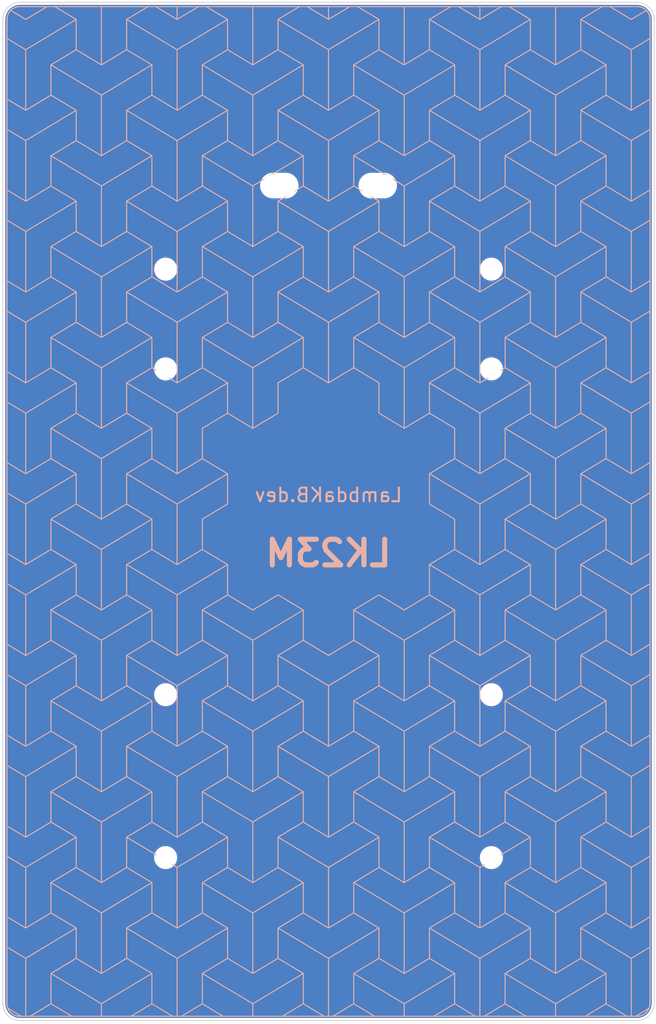
<source format=kicad_pcb>
(kicad_pcb (version 20241229) (generator "pcbnew") (generator_version "9.0")
  (title_block (company "LambdaKB.dev"))
  (layers (0 "F.Cu" signal) (2 "B.Cu" signal) (13 "F.Paste" user) (15 "B.Paste" user) (5 "F.SilkS" user "F.Silkscreen") (7 "B.SilkS" user "B.Silkscreen") (1 "F.Mask" user) (3 "B.Mask" user) (25 "Edge.Cuts" user))
  (net 0 "")
  (footprint "MountingHole:MountingHole_2.2mm_M2_ISO14580" (layer "F.Cu") (at 87.15 72.8625)
    (property "Reference" "H2" (hide yes))
    (property "Value" "MountingHole_2.2mm_M2_ISO14580" (hide yes))
    (pad "" np_thru_hole circle (at 0 0) (size 2.2 2.2) (drill 2.2) (layers "*.Cu" "*.Mask"))
  )
  (footprint "MountingHole:MountingHole_2.2mm_M2_ISO14580" (layer "F.Cu") (at 49.05 130.0125)
    (property "Reference" "H3" (hide yes))
    (property "Value" "MountingHole_2.2mm_M2_ISO14580" (hide yes))
    (pad "" np_thru_hole circle (at 0 0) (size 2.2 2.2) (drill 2.2) (layers "*.Cu" "*.Mask"))
  )
  (footprint "MountingHole:MountingHole_2.2mm_M2_ISO14580" (layer "F.Cu") (at 87.15 110.9625)
    (property "Reference" "H4" (hide yes))
    (property "Value" "MountingHole_2.2mm_M2_ISO14580" (hide yes))
    (pad "" np_thru_hole circle (at 0 0) (size 2.2 2.2) (drill 2.2) (layers "*.Cu" "*.Mask"))
  )
  (footprint "MountingHole:MountingHole_2mm" (layer "F.Cu") (at 62.345 51.425)
    (property "Reference" "H9" (hide yes))
    (property "Value" "MountingHole_2mm" (hide yes))
    (pad "" np_thru_hole oval (at 0 0) (size 4 2.5) (drill oval 4 2.5) (layers "*.Cu" "*.Mask"))
  )
  (footprint "MountingHole:MountingHole_2.2mm_M2_ISO14580" (layer "F.Cu") (at 49.05 61.2)
    (property "Reference" "H1" (hide yes))
    (property "Value" "MountingHole_2.2mm_M2_ISO14580" (hide yes))
    (pad "" np_thru_hole circle (at 0 0) (size 2.2 2.2) (drill 2.2) (layers "*.Cu" "*.Mask"))
  )
  (footprint "MountingHole:MountingHole_2.2mm_M2_ISO14580" (layer "B.Cu") (at 49.05 110.9625 180)
    (property "Reference" "H8" (hide yes))
    (property "Value" "MountingHole_2.2mm_M2_ISO14580" (hide yes))
    (pad "" np_thru_hole circle (at 0 0 180) (size 2.2 2.2) (drill 2.2) (layers "*.Cu" "*.Mask"))
  )
  (footprint "MountingHole:MountingHole_2.2mm_M2_ISO14580" (layer "B.Cu") (at 87.15 130.0125 180)
    (property "Reference" "H7" (hide yes))
    (property "Value" "MountingHole_2.2mm_M2_ISO14580" (hide yes))
    (pad "" np_thru_hole circle (at 0 0 180) (size 2.2 2.2) (drill 2.2) (layers "*.Cu" "*.Mask"))
  )
  (footprint "MountingHole:MountingHole_2.2mm_M2_ISO14580" (layer "B.Cu") (at 87.15 61.2 180)
    (property "Reference" "H5" (hide yes))
    (property "Value" "MountingHole_2.2mm_M2_ISO14580" (hide yes))
    (pad "" np_thru_hole circle (at 0 0 180) (size 2.2 2.2) (drill 2.2) (layers "*.Cu" "*.Mask"))
  )
  (footprint "MountingHole:MountingHole_2mm" (layer "B.Cu") (at 73.855 51.425 180)
    (property "Reference" "H10" (hide yes))
    (property "Value" "MountingHole_2mm" (hide yes))
    (pad "" np_thru_hole oval (at 0 0 180) (size 4 2.5) (drill oval 4 2.5) (layers "*.Cu" "*.Mask"))
  )
  (footprint "MountingHole:MountingHole_2.2mm_M2_ISO14580" (layer "B.Cu") (at 49.05 72.8625 180)
    (property "Reference" "H6" (hide yes))
    (property "Value" "MountingHole_2.2mm_M2_ISO14580" (hide yes))
    (pad "" np_thru_hole circle (at 0 0 180) (size 2.2 2.2) (drill 2.2) (layers "*.Cu" "*.Mask"))
  )
  (gr_arc (start 32 148.562) (mid 30.93934 148.12266) (end 30.5 147.062) (stroke (width 0.12)) (layer "B.SilkS"))
  (gr_arc (start 104.2 30.5) (mid 105.26066 30.93934) (end 105.7 32) (stroke (width 0.12)) (layer "B.SilkS"))
  (gr_line (start 105.7 147.062) (end 105.7 32) (stroke (width 0.12)) (layer "B.SilkS"))
  (gr_arc (start 105.7 147.062) (mid 105.26066 148.12266) (end 104.2 148.562) (stroke (width 0.12)) (layer "B.SilkS"))
  (gr_poly (pts (xy 38.587878 31.92782) (xy 38.609583 31.941256) (xy 38.617333 31.94539) (xy 38.617728 31.945902) (xy 38.618119 31.946417) (xy 38.618504 31.946937) (xy 38.618883 31.94746) (xy 38.620169 31.948067) (xy 38.621439 31.948704) (xy 38.622692 31.949371) (xy 38.623928 31.950067) (xy 38.625148 31.950792) (xy 38.62635 31.951546) (xy 38.627535 31.952329) (xy 38.628703 31.95314) (xy 38.646273 31.96296) (xy 38.646273 35.503829) (xy 41.476591 37.2014) (xy 41.476591 30.5) (xy 41.597514 30.5) (xy 41.597514 37.2014) (xy 44.427829 35.503829) (xy 44.427829 35.503826) (xy 44.548697 35.503826) (xy 47.441027 37.240154) (xy 47.462727 37.254107) (xy 47.470526 37.257727) (xy 47.471586 37.258752) (xy 47.472113 37.259272) (xy 47.472371 37.259533) (xy 47.472626 37.259797) (xy 47.473896 37.260405) (xy 47.475156 37.261042) (xy 47.476404 37.261709) (xy 47.477639 37.262405) (xy 47.47886 37.26313) (xy 47.480065 37.263884) (xy 47.481254 37.264666) (xy 47.482426 37.265477) (xy 47.499996 37.275297) (xy 47.499996 37.299068) (xy 47.500026 37.299778) (xy 47.500047 37.300488) (xy 47.500059 37.301198) (xy 47.500063 37.301908) (xy 47.500059 37.302619) (xy 47.500047 37.303329) (xy 47.500026 37.304039) (xy 47.499996 37.304748) (xy 47.499996 37.308369) (xy 47.500084 37.309595) (xy 47.500147 37.310823) (xy 47.500185 37.312051) (xy 47.500198 37.313279) (xy 47.500185 37.314507) (xy 47.500147 37.315735) (xy 47.500084 37.316962) (xy 47.499996 37.318189) (xy 47.499996 40.816166) (xy 50.331863 42.515804) (xy 50.331863 35.572042) (xy 50.451233 35.572042) (xy 50.451233 42.513737) (xy 53.282952 40.816255) (xy 53.402395 40.816255) (xy 56.326248 42.570152) (xy 56.327848 42.572252) (xy 56.328931 42.572899) (xy 56.330004 42.573565) (xy 56.331064 42.574249) (xy 56.332112 42.574953) (xy 56.333145 42.575674) (xy 56.334163 42.576415) (xy 56.335165 42.577174) (xy 56.336149 42.577952) (xy 56.35372 42.587752) (xy 56.35372 42.607392) (xy 56.353746 42.608384) (xy 56.353755 42.609405) (xy 56.353746 42.610444) (xy 56.35372 42.611492) (xy 56.353808 42.612696) (xy 56.353871 42.613909) (xy 56.353909 42.615129) (xy 56.353921 42.616355) (xy 56.353909 42.617585) (xy 56.353871 42.618819) (xy 56.353808 42.620055) (xy 56.35372 42.621292) (xy 56.353808 42.622497) (xy 56.353871 42.623709) (xy 56.353909 42.624929) (xy 56.353921 42.626155) (xy 56.353909 42.627385) (xy 56.353871 42.628619) (xy 56.353808 42.629855) (xy 56.35372 42.631092) (xy 56.35372 42.632126) (xy 56.353724 42.632498) (xy 56.353725 42.63287) (xy 56.353724 42.633244) (xy 56.35372 42.633626) (xy 56.35372 46.12902) (xy 59.185587 47.826075) (xy 59.185587 40.884907) (xy 59.306509 40.884907) (xy 59.306509 47.826084) (xy 62.136828 46.129029) (xy 62.136828 46.128474) (xy 62.257717 46.128474) (xy 65.167618 47.876688) (xy 65.169668 47.877722) (xy 65.170684 47.878245) (xy 65.171719 47.878788) (xy 65.17952 47.882889) (xy 65.179651 47.883008) (xy 65.179784 47.883122) (xy 65.179916 47.883232) (xy 65.180049 47.883338) (xy 65.180314 47.88354) (xy 65.180579 47.883733) (xy 65.181105 47.884106) (xy 65.181365 47.884294) (xy 65.181622 47.884489) (xy 65.182891 47.885146) (xy 65.184151 47.885838) (xy 65.185398 47.886566) (xy 65.186633 47.887328) (xy 65.187854 47.888122) (xy 65.18906 47.888948) (xy 65.190249 47.889804) (xy 65.191422 47.89069) (xy 65.208992 47.90049) (xy 65.208992 51.441357) (xy 68.03931 53.138928) (xy 68.03931 46.197257) (xy 68.160233 46.197257) (xy 68.160233 53.138952) (xy 70.992049 51.441412) (xy 71.111412 51.441412) (xy 74.025448 53.191175) (xy 74.033249 53.195276) (xy 74.034311 53.196324) (xy 74.034838 53.196849) (xy 74.035096 53.197112) (xy 74.035351 53.197376) (xy 74.036621 53.19799) (xy 74.03788 53.198632) (xy 74.039127 53.199302) (xy 74.040362 53.200001) (xy 74.041583 53.200727) (xy 74.042789 53.201482) (xy 74.043979 53.202265) (xy 74.045151 53.203075) (xy 74.062721 53.212875) (xy 74.062721 53.238195) (xy 74.062756 53.238979) (xy 74.062781 53.239755) (xy 74.062796 53.240526) (xy 74.062801 53.241296) (xy 74.062796 53.242065) (xy 74.062781 53.242837) (xy 74.062756 53.243613) (xy 74.062721 53.244396) (xy 74.062723 53.244621) (xy 74.062724 53.24487) (xy 74.062721 53.245396) (xy 74.062732 53.246061) (xy 74.062736 53.246711) (xy 74.062732 53.247353) (xy 74.062721 53.247995) (xy 74.062721 56.753725) (xy 76.894588 58.451296) (xy 76.894588 51.510147) (xy 77.013443 51.510147) (xy 77.013443 58.453394) (xy 79.845829 56.754272) (xy 79.845829 56.753702) (xy 79.964619 56.753702) (xy 82.880718 58.503983) (xy 82.888519 58.507582) (xy 82.889582 58.50863) (xy 82.890108 58.509154) (xy 82.890367 58.509418) (xy 82.890621 58.509682) (xy 82.891891 58.510338) (xy 82.89315 58.511031) (xy 82.894398 58.511759) (xy 82.895633 58.51252) (xy 82.896854 58.513315) (xy 82.89806 58.514141) (xy 82.899249 58.514997) (xy 82.900421 58.515882) (xy 82.917992 58.525682) (xy 82.917992 62.066549) (xy 85.747795 63.763603) (xy 85.747795 56.822451) (xy 85.86924 56.822451) (xy 85.86924 63.76363) (xy 88.699028 62.066586) (xy 88.820419 62.066586) (xy 91.734451 63.816349) (xy 91.742252 63.82045) (xy 91.743315 63.821499) (xy 91.743841 63.822024) (xy 91.7441 63.822288) (xy 91.744354 63.822552) (xy 91.745624 63.823165) (xy 91.746883 63.823807) (xy 91.748131 63.824477) (xy 91.749366 63.825175) (xy 91.750587 63.825902) (xy 91.751793 63.826657) (xy 91.752982 63.82744) (xy 91.754154 63.828251) (xy 91.771725 63.838051) (xy 91.771725 67.378922) (xy 94.603592 69.07856) (xy 94.603592 62.134823) (xy 94.72245 62.134823) (xy 94.72245 69.076519) (xy 97.554832 67.378948) (xy 97.554832 67.378895) (xy 97.673622 67.378895) (xy 100.587654 69.128658) (xy 100.595451 69.132759) (xy 100.595582 69.132878) (xy 100.595713 69.132992) (xy 100.595845 69.133102) (xy 100.595977 69.133208) (xy 100.596241 69.13341) (xy 100.596506 69.133603) (xy 100.597033 69.133975) (xy 100.597293 69.134163) (xy 100.597549 69.134357) (xy 100.598821 69.135013) (xy 100.600081 69.135705) (xy 100.60133 69.136432) (xy 100.602566 69.137194) (xy 100.603787 69.137988) (xy 100.604993 69.138814) (xy 100.606182 69.139671) (xy 100.607353 69.140556) (xy 100.624924 69.150356) (xy 100.624924 69.175674) (xy 100.624954 69.176387) (xy 100.624975 69.177099) (xy 100.624988 69.177812) (xy 100.624992 69.178524) (xy 100.624988 69.179236) (xy 100.624975 69.179949) (xy 100.624954 69.180661) (xy 100.624924 69.181374) (xy 100.624924 69.183445) (xy 100.625011 69.18465) (xy 100.625074 69.185862) (xy 100.625111 69.187082) (xy 100.625124 69.188308) (xy 100.625111 69.189538) (xy 100.625074 69.190772) (xy 100.625011 69.192008) (xy 100.624924 69.193245) (xy 100.624924 72.691223) (xy 103.456795 74.388794) (xy 103.456795 67.447098) (xy 97.673683 63.976509) (xy 97.673622 67.378895) (xy 97.554832 67.378895) (xy 97.554832 63.838081) (xy 97.572403 63.828281) (xy 97.583771 63.82048) (xy 100.506073 62.066582) (xy 100.506073 58.664206) (xy 94.72245 62.134823) (xy 94.603592 62.134823) (xy 94.603592 62.134796) (xy 88.82048 58.664206) (xy 88.820419 62.066586) (xy 88.699028 62.066586) (xy 88.699043 62.066576) (xy 88.699043 58.558752) (xy 88.875282 58.558752) (xy 94.664078 62.031408) (xy 100.451324 58.558752) (xy 97.615318 56.857565) (xy 97.61322 56.857565) (xy 94.66198 58.629032) (xy 91.710739 56.857565) (xy 88.875282 58.558752) (xy 88.699043 58.558752) (xy 88.699043 58.525709) (xy 88.716614 58.515909) (xy 88.728493 58.50811) (xy 91.652344 56.754211) (xy 91.652344 53.351835) (xy 85.86924 56.822451) (xy 85.747795 56.822451) (xy 85.747795 56.822424) (xy 79.964684 53.351835) (xy 79.964619 56.753702) (xy 79.845829 56.753702) (xy 79.845829 53.246397) (xy 80.021538 53.246397) (xy 85.808781 56.716986) (xy 91.595509 53.246397) (xy 90.175957 52.39477) (xy 88.760021 51.546759) (xy 85.808781 53.316677) (xy 82.85754 51.546759) (xy 81.441605 52.39477) (xy 80.021538 53.246397) (xy 79.845829 53.246397) (xy 79.845829 53.212887) (xy 79.8634 53.203087) (xy 79.874771 53.195288) (xy 82.797073 51.441389) (xy 82.797073 48.039013) (xy 77.013443 51.510147) (xy 76.894588 51.510147) (xy 76.894588 51.510119) (xy 71.111481 48.039013) (xy 71.111412 51.441412) (xy 70.992049 51.441412) (xy 70.9921 51.441381) (xy 70.9921 47.933559) (xy 71.166256 47.933559) (xy 76.955051 51.406216) (xy 82.742294 47.933559) (xy 79.906292 46.232371) (xy 76.955051 48.00384) (xy 74.001743 46.232372) (xy 71.166256 47.933559) (xy 70.9921 47.933559) (xy 70.9921 47.900517) (xy 71.00967 47.890717) (xy 71.021561 47.882917) (xy 73.943344 46.12902) (xy 73.943344 42.726644) (xy 68.160233 46.197257) (xy 68.03931 46.197257) (xy 68.03931 46.197232) (xy 62.257751 42.726644) (xy 62.257717 46.128474) (xy 62.136828 46.128474) (xy 62.136828 42.621224) (xy 62.31258 42.621224) (xy 68.099823 46.091813) (xy 73.888618 42.621224) (xy 71.052616 40.920036) (xy 71.051018 40.920036) (xy 68.099823 42.691505) (xy 65.148583 40.922104) (xy 62.31258 42.621224) (xy 62.136828 42.621224) (xy 62.136828 42.588163) (xy 62.154398 42.578363) (xy 62.165768 42.570064) (xy 65.08807 40.816166) (xy 65.08807 37.414307) (xy 59.306509 40.884907) (xy 59.185587 40.884907) (xy 59.185587 40.884896) (xy 53.402477 37.414307) (xy 53.402395 40.816255) (xy 53.282952 40.816255) (xy 53.2831 40.816166) (xy 53.2831 37.30837) (xy 53.457254 37.30837) (xy 59.24605 40.779476) (xy 65.033295 37.30837) (xy 62.19729 35.609249) (xy 59.24605 37.37865) (xy 56.294842 35.607182) (xy 56.292742 35.607182) (xy 53.457254 37.30837) (xy 53.2831 37.30837) (xy 53.2831 37.275297) (xy 53.300671 37.265477) (xy 53.312561 37.257727) (xy 56.234346 35.503829) (xy 56.234346 32.101453) (xy 50.451233 35.572042) (xy 50.331863 35.572042) (xy 44.548755 32.101453) (xy 44.548697 35.503826) (xy 44.427829 35.503826) (xy 44.427829 31.96296) (xy 44.445398 31.95314) (xy 44.457289 31.94539) (xy 46.863342 30.5) (xy 47.097437 30.5) (xy 44.603532 31.996033) (xy 50.392326 35.468689) (xy 56.179569 31.996033) (xy 53.685665 30.5) (xy 53.91976 30.5) (xy 56.326248 31.945392) (xy 56.326368 31.945519) (xy 56.326483 31.945647) (xy 56.326594 31.945775) (xy 56.326702 31.945904) (xy 56.326908 31.946161) (xy 56.327104 31.946419) (xy 56.327293 31.946678) (xy 56.327478 31.946938) (xy 56.327848 31.947462) (xy 56.328931 31.948095) (xy 56.330004 31.948751) (xy 56.331064 31.949429) (xy 56.332112 31.950129) (xy 56.333145 31.95085) (xy 56.334163 31.951593) (xy 56.335165 31.952357) (xy 56.336149 31.953142) (xy 56.35372 31.962962) (xy 56.35372 31.983632) (xy 56.353724 31.984021) (xy 56.353725 31.984408) (xy 56.353724 31.984795) (xy 56.35372 31.985182) (xy 56.35372 31.986215) (xy 56.353808 31.987442) (xy 56.353871 31.988669) (xy 56.353909 31.989897) (xy 56.353921 31.991125) (xy 56.353909 31.992354) (xy 56.353871 31.993581) (xy 56.353808 31.994809) (xy 56.35372 31.996035) (xy 56.353775 31.997003) (xy 56.353814 31.997972) (xy 56.353838 31.998941) (xy 56.353846 31.99991) (xy 56.353838 32.00088) (xy 56.353814 32.001849) (xy 56.353775 32.002818) (xy 56.35372 32.003786) (xy 56.353755 32.004558) (xy 56.35378 32.005332) (xy 56.353795 32.006107) (xy 56.3538 32.006882) (xy 56.353795 32.007657) (xy 56.35378 32.008433) (xy 56.353755 32.009209) (xy 56.35372 32.009985) (xy 56.35372 35.501762) (xy 59.185589 37.2014) (xy 59.185589 30.5) (xy 59.306511 30.5) (xy 59.306511 37.2014) (xy 62.13682 35.503829) (xy 62.13682 35.503826) (xy 62.257687 35.503826) (xy 65.150017 37.240154) (xy 65.171719 37.254107) (xy 65.17952 37.257727) (xy 65.180582 37.258752) (xy 65.181109 37.259272) (xy 65.181367 37.259533) (xy 65.181622 37.259797) (xy 65.182891 37.260405) (xy 65.184151 37.261042) (xy 65.185398 37.261709) (xy 65.186633 37.262405) (xy 65.187854 37.26313) (xy 65.18906 37.263884) (xy 65.190249 37.264666) (xy 65.191422 37.265477) (xy 65.208992 37.275297) (xy 65.208992 40.816166) (xy 68.03931 42.513737) (xy 68.03931 35.572042) (xy 68.160236 35.572042) (xy 68.160236 42.513736) (xy 70.992062 40.81619) (xy 71.111412 40.81619) (xy 74.025444 42.566471) (xy 74.033245 42.570071) (xy 74.034307 42.571119) (xy 74.034834 42.571644) (xy 74.035093 42.571907) (xy 74.035347 42.572171) (xy 74.036617 42.572785) (xy 74.037876 42.573428) (xy 74.039124 42.574098) (xy 74.040359 42.574796) (xy 74.041579 42.575523) (xy 74.042785 42.576278) (xy 74.043975 42.57706) (xy 74.045147 42.577871) (xy 74.062717 42.587671) (xy 74.062717 42.611442) (xy 74.062747 42.612154) (xy 74.062769 42.612867) (xy 74.062782 42.613579) (xy 74.062786 42.614292) (xy 74.062782 42.615004) (xy 74.062769 42.615717) (xy 74.062747 42.616429) (xy 74.062717 42.617142) (xy 74.062743 42.618134) (xy 74.062752 42.619154) (xy 74.062743 42.620193) (xy 74.062717 42.621242) (xy 74.062805 42.622446) (xy 74.062868 42.623659) (xy 74.062905 42.624878) (xy 74.062918 42.626104) (xy 74.062905 42.627334) (xy 74.062868 42.628568) (xy 74.062805 42.629804) (xy 74.062717 42.631042) (xy 74.062717 46.12902) (xy 76.894581 47.826075) (xy 76.894581 40.884905) (xy 77.013435 40.884905) (xy 77.013435 47.82815) (xy 79.845821 46.129029) (xy 79.845821 46.129028) (xy 79.964619 46.129028) (xy 82.880718 47.878792) (xy 82.888519 47.882893) (xy 82.889582 47.88394) (xy 82.890108 47.884465) (xy 82.890367 47.884729) (xy 82.890621 47.884993) (xy 82.891891 47.885606) (xy 82.89315 47.886248) (xy 82.894398 47.886918) (xy 82.895633 47.887617) (xy 82.896854 47.888343) (xy 82.89806 47.889098) (xy 82.899249 47.889881) (xy 82.900421 47.890692) (xy 82.917992 47.900492) (xy 82.917992 51.441357) (xy 85.747795 53.138928) (xy 85.747795 46.197257) (xy 85.86924 46.197257) (xy 85.86924 53.138952) (xy 88.699043 51.441381) (xy 88.699043 51.441351) (xy 88.820419 51.441351) (xy 91.734451 53.191114) (xy 91.742252 53.195215) (xy 91.743315 53.196263) (xy 91.743841 53.196788) (xy 91.7441 53.197051) (xy 91.744354 53.197315) (xy 91.745624 53.197929) (xy 91.746883 53.198571) (xy 91.748131 53.199241) (xy 91.749366 53.199939) (xy 91.750587 53.200666) (xy 91.751793 53.201421) (xy 91.752982 53.202204) (xy 91.754154 53.203014) (xy 91.771725 53.212814) (xy 91.771725 53.247951) (xy 91.77178 53.248926) (xy 91.771819 53.249901) (xy 91.771843 53.250876) (xy 91.771851 53.251851) (xy 91.771843 53.252826) (xy 91.771819 53.253801) (xy 91.77178 53.254776) (xy 91.771725 53.255751) (xy 91.771725 56.754244) (xy 94.603592 58.453365) (xy 94.603592 51.510149) (xy 94.72245 51.510149) (xy 94.72245 58.451326) (xy 97.554832 56.754272) (xy 97.554832 56.75367) (xy 97.673637 56.75367) (xy 100.584053 58.501883) (xy 100.584953 58.502265) (xy 100.585854 58.502661) (xy 100.586755 58.503068) (xy 100.587654 58.503483) (xy 100.595451 58.507584) (xy 100.595978 58.508108) (xy 100.596509 58.508632) (xy 100.597036 58.509156) (xy 100.597295 58.509419) (xy 100.597549 58.509684) (xy 100.598821 58.510297) (xy 100.600081 58.510939) (xy 100.60133 58.511609) (xy 100.602566 58.512308) (xy 100.603787 58.513035) (xy 100.604993 58.513789) (xy 100.606182 58.514572) (xy 100.607353 58.515383) (xy 100.624924 58.525183) (xy 100.624924 58.550503) (xy 100.624959 58.551286) (xy 100.624984 58.552062) (xy 100.624999 58.552834) (xy 100.625004 58.553603) (xy 100.624999 58.554372) (xy 100.624984 58.555144) (xy 100.624959 58.55592) (xy 100.624924 58.556704) (xy 100.624924 58.558771) (xy 100.625011 58.559976) (xy 100.625074 58.561189) (xy 100.625111 58.562408) (xy 100.625124 58.563634) (xy 100.625111 58.564864) (xy 100.625074 58.566098) (xy 100.625011 58.567334) (xy 100.624924 58.568571) (xy 100.624924 62.066549) (xy 103.456795 63.763603) (xy 103.456795 56.822424) (xy 97.673683 53.351835) (xy 97.673637 56.75367) (xy 97.554832 56.75367) (xy 97.554832 53.212887) (xy 97.572403 53.203087) (xy 97.583771 53.195288) (xy 100.506073 51.441389) (xy 100.506073 48.039013) (xy 94.72245 51.510149) (xy 94.603592 51.510149) (xy 94.603592 51.510119) (xy 88.82048 48.039013) (xy 88.820419 51.441351) (xy 88.699043 51.441351) (xy 88.699043 47.933559) (xy 88.875282 47.933559) (xy 94.664078 51.406216) (xy 100.451324 47.933559) (xy 97.615318 46.232371) (xy 97.61322 46.232371) (xy 94.66198 48.00384) (xy 91.710739 46.232372) (xy 88.875282 47.933559) (xy 88.699043 47.933559) (xy 88.699043 47.900517) (xy 88.716614 47.890717) (xy 88.728493 47.882917) (xy 91.652344 46.12902) (xy 91.652344 42.726644) (xy 85.86924 46.197257) (xy 85.747795 46.197257) (xy 85.747795 46.197232) (xy 79.964684 42.726644) (xy 79.964619 46.129028) (xy 79.845821 46.129028) (xy 79.845821 42.621258) (xy 80.02153 42.621258) (xy 85.808773 46.091846) (xy 91.595501 42.621258) (xy 90.175949 41.769629) (xy 88.760014 40.922136) (xy 85.808773 42.691537) (xy 82.857532 40.922136) (xy 81.441597 41.769629) (xy 80.02153 42.621258) (xy 79.845821 42.621258) (xy 79.845821 42.588163) (xy 79.863392 42.578363) (xy 79.874763 42.570064) (xy 82.797066 40.816166) (xy 82.797066 37.414307) (xy 77.013435 40.884905) (xy 76.894581 40.884905) (xy 76.894581 40.884896) (xy 71.111473 37.414307) (xy 71.111412 40.81619) (xy 70.992062 40.81619) (xy 70.992104 40.816165) (xy 70.992104 37.30837) (xy 71.166252 37.30837) (xy 76.955048 40.781026) (xy 82.742291 37.30837) (xy 79.906288 35.607182) (xy 76.955048 37.37865) (xy 74.00174 35.607182) (xy 71.166252 37.30837) (xy 70.992104 37.30837) (xy 70.992104 37.275296) (xy 71.009674 37.265476) (xy 71.021565 37.257726) (xy 71.033443 37.249976) (xy 73.943344 35.501762) (xy 73.943344 32.101453) (xy 68.160236 35.572042) (xy 68.03931 35.572042) (xy 62.257751 32.101453) (xy 62.257687 35.503826) (xy 62.13682 35.503826) (xy 62.13682 31.96296) (xy 62.15439 31.95314) (xy 62.16576 31.94539) (xy 62.195221 31.92782) (xy 64.573887 30.5) (xy 64.809532 30.5) (xy 62.312529 31.996033) (xy 68.099773 35.466622) (xy 73.888565 31.996033) (xy 71.394661 30.5) (xy 71.625137 30.5) (xy 74.003742 31.927824) (xy 74.025444 31.94126) (xy 74.033245 31.94539) (xy 74.033775 31.945897) (xy 74.034307 31.946412) (xy 74.034834 31.946933) (xy 74.035093 31.947196) (xy 74.035347 31.94746) (xy 74.036617 31.948068) (xy 74.037876 31.948705) (xy 74.039124 31.949372) (xy 74.040359 31.950068) (xy 74.041579 31.950793) (xy 74.042785 31.951547) (xy 74.043975 31.952329) (xy 74.045147 31.95314) (xy 74.062717 31.96296) (xy 74.062717 31.986214) (xy 74.062752 31.986987) (xy 74.062778 31.987761) (xy 74.062793 31.988535) (xy 74.062798 31.98931) (xy 74.062793 31.990086) (xy 74.062778 31.990862) (xy 74.062752 31.991638) (xy 74.062717 31.992414) (xy 74.062724 31.992932) (xy 74.062726 31.99345) (xy 74.062724 31.993967) (xy 74.062717 31.994484) (xy 74.062722 31.994873) (xy 74.062723 31.99526) (xy 74.062722 31.995647) (xy 74.062717 31.996034) (xy 74.062772 31.997002) (xy 74.062812 31.997971) (xy 74.062835 31.99894) (xy 74.062843 31.999909) (xy 74.062835 32.000878) (xy 74.062812 32.001848) (xy 74.062772 32.002816) (xy 74.062717 32.003784) (xy 74.062717 35.503829) (xy 76.894585 37.2014) (xy 76.894585 30.5) (xy 77.013439 30.5) (xy 77.013439 37.20295) (xy 79.845821 35.503829) (xy 79.845821 35.501759) (xy 79.964615 35.501759) (xy 82.880714 37.254107) (xy 82.888515 37.257727) (xy 82.889578 37.258752) (xy 82.890104 37.259272) (xy 82.890363 37.259533) (xy 82.890617 37.259797) (xy 82.891887 37.260405) (xy 82.893146 37.261042) (xy 82.894394 37.261709) (xy 82.895629 37.262405) (xy 82.89685 37.26313) (xy 82.898056 37.263884) (xy 82.899245 37.264666) (xy 82.900417 37.265477) (xy 82.917988 37.275297) (xy 82.917988 40.816166) (xy 85.747795 42.513737) (xy 85.747795 35.572042) (xy 85.869228 35.572042) (xy 85.869228 42.513737) (xy 88.699003 40.81619) (xy 88.820404 40.81619) (xy 91.73444 42.566471) (xy 91.742241 42.570071) (xy 91.743303 42.571119) (xy 91.74383 42.571644) (xy 91.744088 42.571907) (xy 91.744343 42.572171) (xy 91.745613 42.572785) (xy 91.746872 42.573428) (xy 91.74812 42.574098) (xy 91.749354 42.574796) (xy 91.750575 42.575523) (xy 91.751781 42.576278) (xy 91.752971 42.57706) (xy 91.754143 42.577871) (xy 91.771713 42.587671) (xy 91.771713 42.611442) (xy 91.771743 42.612154) (xy 91.771765 42.612867) (xy 91.771778 42.613579) (xy 91.771782 42.614292) (xy 91.771778 42.615004) (xy 91.771765 42.615717) (xy 91.771743 42.616429) (xy 91.771713 42.617142) (xy 91.771739 42.618134) (xy 91.771748 42.619154) (xy 91.771739 42.620193) (xy 91.771713 42.621242) (xy 91.771801 42.622446) (xy 91.771863 42.623659) (xy 91.771901 42.624878) (xy 91.771914 42.626104) (xy 91.771901 42.627334) (xy 91.771863 42.628568) (xy 91.771801 42.629804) (xy 91.771713 42.631042) (xy 91.771713 46.12902) (xy 94.603584 47.82814) (xy 94.603584 40.884907) (xy 94.722443 40.884907) (xy 94.722443 47.826084) (xy 97.554825 46.129029) (xy 97.554825 46.128512) (xy 97.673615 46.128512) (xy 100.587647 47.878794) (xy 100.595444 47.882393) (xy 100.59597 47.882917) (xy 100.596501 47.883441) (xy 100.597028 47.883965) (xy 100.597287 47.884229) (xy 100.597542 47.884493) (xy 100.598813 47.885149) (xy 100.600074 47.885842) (xy 100.601322 47.88657) (xy 100.602558 47.887331) (xy 100.60378 47.888126) (xy 100.604985 47.888952) (xy 100.606175 47.889808) (xy 100.607346 47.890694) (xy 100.624916 47.900494) (xy 100.624916 47.925814) (xy 100.624946 47.926526) (xy 100.624968 47.927239) (xy 100.62498 47.927951) (xy 100.624985 47.928663) (xy 100.62498 47.929376) (xy 100.624968 47.930088) (xy 100.624946 47.9308) (xy 100.624916 47.931513) (xy 100.624916 47.93358) (xy 100.625004 47.934785) (xy 100.625066 47.935998) (xy 100.625104 47.937218) (xy 100.625116 47.938443) (xy 100.625104 47.939673) (xy 100.625066 47.940907) (xy 100.625004 47.942143) (xy 100.624916 47.94338) (xy 100.624916 51.441357) (xy 103.456795 53.138928) (xy 103.456795 46.197232) (xy 97.673683 42.726644) (xy 97.673615 46.128512) (xy 97.554825 46.128512) (xy 97.554825 42.588163) (xy 97.572395 42.578363) (xy 97.583763 42.570064) (xy 100.506065 40.816166) (xy 100.506065 37.414307) (xy 94.722443 40.884907) (xy 94.603584 40.884907) (xy 94.603584 40.884896) (xy 88.820473 37.414307) (xy 88.820404 40.81619) (xy 88.699003 40.81619) (xy 88.699043 40.816166) (xy 88.699043 37.30837) (xy 88.875248 37.30837) (xy 94.66404 40.781026) (xy 100.451286 37.30837) (xy 97.615318 35.607182) (xy 97.61322 35.607182) (xy 94.66198 37.37865) (xy 91.710739 35.607182) (xy 88.875248 37.30837) (xy 88.699043 37.30837) (xy 88.699043 37.275297) (xy 88.716614 37.265477) (xy 88.728493 37.257727) (xy 91.652344 35.501762) (xy 91.652344 32.101453) (xy 85.869228 35.572042) (xy 85.747795 35.572042) (xy 79.964684 32.101453) (xy 79.964615 35.501759) (xy 79.845821 35.501759) (xy 79.845821 31.96296) (xy 79.863392 31.95314) (xy 79.874763 31.94539) (xy 82.282887 30.5) (xy 82.518013 30.5) (xy 81.441593 31.144405) (xy 80.021526 31.996033) (xy 85.808769 35.466622) (xy 91.595497 31.996033) (xy 90.175945 31.144405) (xy 89.099525 30.5) (xy 89.334133 30.5) (xy 91.712738 31.927824) (xy 91.73444 31.94126) (xy 91.742241 31.94539) (xy 91.742771 31.945897) (xy 91.743303 31.946411) (xy 91.74383 31.946933) (xy 91.744088 31.947196) (xy 91.744343 31.94746) (xy 91.745613 31.948067) (xy 91.746872 31.948704) (xy 91.74812 31.949371) (xy 91.749354 31.950067) (xy 91.750575 31.950792) (xy 91.751781 31.951546) (xy 91.752971 31.952329) (xy 91.754143 31.95314) (xy 91.771713 31.96296) (xy 91.771713 35.503829) (xy 94.603584 37.20295) (xy 94.603584 30.5) (xy 94.722435 30.5) (xy 94.722435 37.2014) (xy 97.551386 35.503826) (xy 97.673615 35.503826) (xy 100.56646 37.240154) (xy 100.587647 37.254107) (xy 100.595444 37.257727) (xy 100.596501 37.258752) (xy 100.597028 37.259272) (xy 100.597287 37.259533) (xy 100.597542 37.259797) (xy 100.598813 37.260405) (xy 100.600074 37.261042) (xy 100.601322 37.261709) (xy 100.602558 37.262405) (xy 100.60378 37.26313) (xy 100.604985 37.263884) (xy 100.606175 37.264666) (xy 100.607346 37.265477) (xy 100.624916 37.275297) (xy 100.624916 37.299073) (xy 100.624946 37.299782) (xy 100.624968 37.300492) (xy 100.62498 37.301202) (xy 100.624985 37.301913) (xy 100.62498 37.302623) (xy 100.624968 37.303334) (xy 100.624946 37.304044) (xy 100.624916 37.304753) (xy 100.624916 40.816166) (xy 103.456795 42.513737) (xy 103.456795 35.572042) (xy 97.673683 32.101453) (xy 97.673615 35.503826) (xy 97.551386 35.503826) (xy 97.554825 35.501762) (xy 97.554825 31.96296) (xy 97.572395 31.95314) (xy 97.583763 31.94539) (xy 99.991882 30.5) (xy 100.224426 30.5) (xy 97.728455 31.996033) (xy 103.517761 35.466622) (xy 105.699547 34.158174) (xy 105.699547 34.297701) (xy 103.576157 35.572042) (xy 103.576157 42.515804) (xy 105.6996 41.241465) (xy 105.6996 41.383575) (xy 103.517822 42.691505) (xy 100.566582 40.920037) (xy 100.564484 40.920037) (xy 97.728485 42.621225) (xy 103.517792 46.091814) (xy 105.69957 44.783367) (xy 105.69957 44.922894) (xy 103.576187 46.197234) (xy 103.576187 53.14048) (xy 105.69957 51.866655) (xy 105.69957 52.008249) (xy 103.517792 53.316696) (xy 100.566551 51.545229) (xy 100.564453 51.545229) (xy 97.728455 53.246416) (xy 103.517761 56.717005) (xy 105.699539 55.408558) (xy 105.699539 55.548084) (xy 103.576157 56.822426) (xy 103.576157 63.765671) (xy 105.699532 62.491846) (xy 105.699532 62.633442) (xy 103.517754 63.941372) (xy 100.566513 62.169903) (xy 97.730514 63.87109) (xy 103.517754 67.341679) (xy 105.699532 66.032715) (xy 105.699532 66.172756) (xy 103.576149 67.447098) (xy 103.576149 74.390861) (xy 105.699532 73.11652) (xy 105.699532 73.258114) (xy 103.517754 74.566563) (xy 100.566513 72.795094) (xy 97.730514 74.496281) (xy 103.517761 77.966869) (xy 105.699539 76.657906) (xy 105.699539 76.798981) (xy 103.576157 78.072289) (xy 103.576157 85.015533) (xy 105.699532 83.741711) (xy 105.699532 83.883278) (xy 103.517754 85.191208) (xy 100.566513 83.419739) (xy 97.730514 85.120926) (xy 103.517754 88.591515) (xy 105.699532 87.282551) (xy 105.699532 87.423626) (xy 103.576149 88.697449) (xy 103.576149 95.640694) (xy 105.699532 94.366867) (xy 105.699532 94.508461) (xy 103.517754 95.816391) (xy 100.566513 94.044922) (xy 97.730514 95.746109) (xy 103.517754 99.216698) (xy 105.699532 97.90773) (xy 105.699532 98.048805) (xy 103.576149 99.322113) (xy 103.576149 106.267426) (xy 105.699532 104.99205) (xy 105.699532 105.133644) (xy 103.517754 106.441574) (xy 100.566513 104.672173) (xy 97.730514 106.371292) (xy 97.730514 106.372894) (xy 103.517761 109.841934) (xy 105.699539 108.532967) (xy 105.699539 108.674042) (xy 103.576157 109.947349) (xy 103.576157 116.892662) (xy 105.699333 115.617264) (xy 105.699333 115.75782) (xy 103.517555 117.06575) (xy 100.566315 115.296349) (xy 97.730316 116.995468) (xy 97.730316 116.997566) (xy 103.517555 120.466606) (xy 105.699333 119.157639) (xy 105.699333 119.298195) (xy 103.575951 120.572021) (xy 103.575951 127.517334) (xy 105.699333 126.241959) (xy 105.699333 126.383766) (xy 103.517555 127.691696) (xy 100.566315 125.922295) (xy 97.730316 127.621414) (xy 97.730316 127.623512) (xy 103.517563 131.092041) (xy 105.699341 129.783073) (xy 105.699341 129.924149) (xy 103.575958 131.197456) (xy 103.575958 138.142769) (xy 105.699341 136.867386) (xy 105.699341 137.008469) (xy 103.517563 138.316917) (xy 100.566322 136.546997) (xy 97.730324 138.246635) (xy 97.730324 138.248634) (xy 103.515503 141.719734) (xy 105.699348 140.409225) (xy 105.699348 140.549263) (xy 103.575966 141.823082) (xy 103.575966 148.562721) (xy 103.456596 148.562721) (xy 103.456596 141.823082) (xy 97.673485 138.35405) (xy 97.673485 141.753838) (xy 100.587517 143.50412) (xy 100.595314 143.508118) (xy 100.624771 143.525719) (xy 100.624771 143.551018) (xy 100.624801 143.551767) (xy 100.624823 143.552517) (xy 100.624835 143.553267) (xy 100.62484 143.554016) (xy 100.624835 143.554766) (xy 100.624823 143.555515) (xy 100.624801 143.556265) (xy 100.624771 143.557014) (xy 100.624771 143.561142) (xy 100.624834 143.561939) (xy 100.624878 143.562817) (xy 100.624905 143.563765) (xy 100.624914 143.564772) (xy 100.624905 143.565824) (xy 100.624878 143.566912) (xy 100.624834 143.568023) (xy 100.624771 143.569145) (xy 100.624771 147.067123) (xy 103.117127 148.56263) (xy 102.885101 148.56263) (xy 100.566376 147.172539) (xy 98.246101 148.56263) (xy 98.014595 148.56263) (xy 100.505913 147.069191) (xy 100.505913 143.666809) (xy 94.72229 147.13533) (xy 94.72229 148.56263) (xy 94.603432 148.56263) (xy 94.603432 147.13533) (xy 88.820324 143.666809) (xy 88.820324 147.068672) (xy 91.311127 148.56263) (xy 91.078583 148.56263) (xy 88.759861 147.172539) (xy 86.441139 148.56263) (xy 86.208595 148.56263) (xy 88.698883 147.069191) (xy 88.698883 143.560806) (xy 88.876804 143.560806) (xy 94.66198 147.033462) (xy 100.449226 143.560799) (xy 97.61322 141.859612) (xy 94.66198 143.629013) (xy 91.710739 141.859612) (xy 88.876804 143.560806) (xy 88.698883 143.560806) (xy 88.698883 143.526291) (xy 88.728332 143.50869) (xy 91.652184 141.754791) (xy 91.652184 138.353973) (xy 85.869072 141.823006) (xy 85.869072 148.562645) (xy 85.747631 148.562645) (xy 85.747631 141.823006) (xy 79.96452 138.353973) (xy 79.96452 141.754272) (xy 82.880619 143.504562) (xy 82.88842 143.50856) (xy 82.91787 143.526161) (xy 82.91787 147.069122) (xy 85.408157 148.562561) (xy 85.176132 148.562561) (xy 82.85741 147.17247) (xy 80.538689 148.562561) (xy 80.305626 148.562561) (xy 82.796947 147.069122) (xy 82.796947 143.66674) (xy 77.013321 147.135261) (xy 77.013321 148.562561) (xy 76.894466 148.562561) (xy 76.894466 147.135261) (xy 71.111359 143.66674) (xy 71.111359 147.068604) (xy 73.602161 148.562561) (xy 73.370651 148.562561) (xy 71.050896 147.17247) (xy 68.732174 148.562561) (xy 68.49963 148.562561) (xy 70.991985 147.067055) (xy 70.991985 143.560806) (xy 71.167809 143.560806) (xy 76.952984 147.033462) (xy 82.740227 143.560799) (xy 79.906292 141.859612) (xy 76.955051 143.629013) (xy 74.001743 141.859612) (xy 71.167809 143.560806) (xy 70.991985 143.560806) (xy 70.991985 143.526222) (xy 71.021446 143.508621) (xy 73.94323 141.754723) (xy 73.94323 138.353905) (xy 68.160122 141.822937) (xy 68.160122 148.562576) (xy 68.0392 148.562576) (xy 68.0392 141.822937) (xy 62.257639 138.353905) (xy 62.257639 141.754204) (xy 65.171673 143.504494) (xy 65.179474 143.508492) (xy 65.208935 143.526092) (xy 65.208935 147.069054) (xy 67.699738 148.562492) (xy 67.467194 148.562492) (xy 65.148472 147.172401) (xy 62.832851 148.562492) (xy 62.596691 148.562492) (xy 65.088013 147.069054) (xy 65.088013 143.666672) (xy 59.306454 147.135193) (xy 59.306454 148.562492) (xy 59.185532 148.562492) (xy 59.185532 147.135193) (xy 53.402422 143.666672) (xy 53.402422 147.065941) (xy 55.89736 148.562492) (xy 55.659132 148.562492) (xy 53.343512 147.172401) (xy 51.023756 148.562492) (xy 50.790695 148.562492) (xy 53.283049 147.069054) (xy 53.283049 143.5588) (xy 53.458809 143.5588) (xy 53.458809 143.560799) (xy 59.246054 147.031387) (xy 65.031231 143.560799) (xy 62.197296 141.859612) (xy 59.246056 143.629013) (xy 56.294815 141.859612) (xy 53.458809 143.5588) (xy 53.283049 143.5588) (xy 53.283049 143.526154) (xy 53.31251 143.508552) (xy 56.234295 141.754654) (xy 56.234295 138.353836) (xy 50.451185 141.822868) (xy 50.451185 148.562508) (xy 50.331812 148.562508) (xy 50.331812 141.822868) (xy 44.548702 138.353836) (xy 44.548702 141.754135) (xy 47.462736 143.503906) (xy 47.470535 143.507904) (xy 47.499996 143.525505) (xy 47.499996 143.555008) (xy 47.500003 143.555645) (xy 47.500005 143.556125) (xy 47.500003 143.556545) (xy 47.499996 143.557007) (xy 47.5 143.557668) (xy 47.500002 143.558187) (xy 47.5 143.558615) (xy 47.499996 143.559006) (xy 47.499998 143.559491) (xy 47.499996 143.560005) (xy 47.499996 143.560516) (xy 47.500059 143.561313) (xy 47.500103 143.562192) (xy 47.50013 143.56314) (xy 47.500139 143.564146) (xy 47.50013 143.565199) (xy 47.500103 143.566286) (xy 47.500059 143.567397) (xy 47.499996 143.56852) (xy 47.499996 147.068573) (xy 49.98925 148.562012) (xy 49.758257 148.562012) (xy 47.439535 147.171921) (xy 45.123914 148.562012) (xy 44.887752 148.562012) (xy 47.380623 147.066505) (xy 47.380623 143.666199) (xy 41.597514 147.13472) (xy 41.597514 148.562019) (xy 41.476591 148.562019) (xy 41.476591 147.13472) (xy 35.695549 143.666199) (xy 35.695549 147.068062) (xy 38.185836 148.562019) (xy 37.950191 148.562019) (xy 35.63457 147.171928) (xy 33.316366 148.562019) (xy 33.084855 148.562019) (xy 35.574109 147.068581) (xy 35.574109 143.560799) (xy 35.751883 143.560799) (xy 41.537059 147.031387) (xy 47.324303 143.560799) (xy 44.4883 141.859612) (xy 41.53706 143.629013) (xy 38.585819 141.859612) (xy 35.751883 143.560799) (xy 35.574109 143.560799) (xy 35.574109 143.525681) (xy 35.603565 143.50808) (xy 38.525351 141.754181) (xy 38.525351 138.353363) (xy 32.74224 141.822395) (xy 32.74224 148.562035) (xy 32.622868 148.562035) (xy 32.622868 141.822395) (xy 30.5 140.549095) (xy 30.5 140.410088) (xy 32.681779 141.719047) (xy 38.468506 138.246384) (xy 35.63457 136.546753) (xy 32.683846 138.316666) (xy 30.5 137.007187) (xy 30.5 136.866631) (xy 32.622868 138.140976) (xy 32.622868 131.197212) (xy 32.622842 131.197197) (xy 32.74224 131.197197) (xy 32.74224 138.142517) (xy 35.574108 136.44133) (xy 35.574108 133.041031) (xy 35.695553 133.041031) (xy 35.695554 136.441429) (xy 38.609588 138.191193) (xy 38.617337 138.19519) (xy 38.646277 138.212791) (xy 38.646277 141.754189) (xy 41.476595 143.453308) (xy 41.476595 136.510071) (xy 41.476582 136.510063) (xy 41.597513 136.510063) (xy 41.597513 143.4533) (xy 44.427832 141.754181) (xy 44.427832 138.247955) (xy 44.605608 138.247955) (xy 50.390785 141.719055) (xy 56.177511 138.246391) (xy 53.343576 136.546761) (xy 50.390785 138.316673) (xy 47.439545 136.546761) (xy 44.605608 138.247955) (xy 44.427832 138.247955) (xy 44.427832 138.212837) (xy 44.457292 138.195236) (xy 47.380627 136.441338) (xy 47.380627 133.041031) (xy 41.597513 136.510063) (xy 41.476582 136.510063) (xy 35.695553 133.041031) (xy 35.574108 133.041031) (xy 35.574108 132.935539) (xy 35.751879 132.935539) (xy 41.534988 136.406128) (xy 47.324299 132.935539) (xy 47.324299 132.93354) (xy 44.488296 131.234421) (xy 41.537056 133.003822) (xy 38.585815 131.234421) (xy 35.751879 132.935539) (xy 35.574108 132.935539) (xy 35.574108 132.900497) (xy 35.603564 132.882896) (xy 38.52535 131.128998) (xy 38.52535 127.728691) (xy 32.74224 131.197197) (xy 32.622842 131.197197) (xy 30.5 129.923904) (xy 30.5 129.784378) (xy 32.683846 131.093857) (xy 38.468506 127.621201) (xy 35.63457 125.922081) (xy 32.683846 127.691483) (xy 30.5 126.382004) (xy 30.5 126.241959) (xy 32.622868 127.515785) (xy 32.622868 120.57254) (xy 32.74224 120.57254) (xy 32.74224 127.517853) (xy 35.57407 125.816689) (xy 35.69555 125.816689) (xy 38.609584 127.566452) (xy 38.617333 127.570549) (xy 38.646273 127.58812) (xy 38.646273 131.128998) (xy 41.476595 132.828117) (xy 41.476595 125.884872) (xy 41.597513 125.884872) (xy 41.597513 132.828117) (xy 44.427832 131.128998) (xy 44.427832 131.128426) (xy 44.548702 131.128426) (xy 47.462736 132.878197) (xy 47.470535 132.882194) (xy 47.499996 132.899796) (xy 47.499996 132.929298) (xy 47.500012 132.929716) (xy 47.500023 132.930204) (xy 47.500032 132.931297) (xy 47.500023 132.932391) (xy 47.500012 132.932878) (xy 47.499996 132.933296) (xy 47.499996 132.935364) (xy 47.500051 132.936448) (xy 47.500091 132.937461) (xy 47.500114 132.938426) (xy 47.500122 132.939368) (xy 47.500114 132.94031) (xy 47.500091 132.941274) (xy 47.500051 132.942286) (xy 47.499996 132.943367) (xy 47.499996 136.441345) (xy 50.331863 138.142532) (xy 50.331863 131.197212) (xy 50.331851 131.197205) (xy 50.451233 131.197205) (xy 50.451233 138.140961) (xy 53.2831 136.44133) (xy 53.2831 136.440697) (xy 53.402428 136.440697) (xy 56.326281 138.194595) (xy 56.327881 138.196594) (xy 56.353722 138.212097) (xy 56.353722 138.231697) (xy 56.35381 138.232865) (xy 56.353873 138.234103) (xy 56.353911 138.235389) (xy 56.353923 138.236698) (xy 56.353911 138.238007) (xy 56.353873 138.239293) (xy 56.35381 138.240532) (xy 56.353722 138.241699) (xy 56.353757 138.242449) (xy 56.353782 138.243198) (xy 56.353797 138.243948) (xy 56.353802 138.244698) (xy 56.353797 138.245447) (xy 56.353782 138.246197) (xy 56.353757 138.246946) (xy 56.353722 138.247696) (xy 56.353777 138.24878) (xy 56.353816 138.249793) (xy 56.35384 138.250759) (xy 56.353848 138.2517) (xy 56.35384 138.252642) (xy 56.353816 138.253606) (xy 56.353777 138.254618) (xy 56.353722 138.255699) (xy 56.353722 141.754189) (xy 59.185591 143.453308) (xy 59.185591 136.510071) (xy 59.185578 136.510063) (xy 59.306513 136.510063) (xy 59.306513 143.4533) (xy 62.136831 141.754181) (xy 62.136831 138.24839) (xy 62.314604 138.24839) (xy 68.097713 141.719498) (xy 73.886509 138.24839) (xy 73.886509 138.246391) (xy 71.051022 136.546761) (xy 68.099781 138.316673) (xy 65.14854 136.546761) (xy 62.314604 138.24839) (xy 62.136831 138.24839) (xy 62.136831 138.212837) (xy 62.165772 138.195236) (xy 65.088074 136.441338) (xy 65.088074 133.041031) (xy 59.306513 136.510063) (xy 59.185578 136.510063) (xy 53.402481 133.041031) (xy 53.402428 136.440697) (xy 53.2831 136.440697) (xy 53.2831 132.933617) (xy 53.458807 132.933617) (xy 53.458807 132.935616) (xy 59.243984 136.406204) (xy 65.031227 132.93354) (xy 62.197292 131.234421) (xy 59.246052 133.003822) (xy 56.294811 131.234421) (xy 53.458807 132.933617) (xy 53.2831 132.933617) (xy 53.2831 132.900497) (xy 53.312561 132.882896) (xy 56.234346 131.128998) (xy 56.234346 127.728691) (xy 50.451233 131.197205) (xy 50.331851 131.197205) (xy 44.548755 127.728691) (xy 44.548702 131.128426) (xy 44.427832 131.128426) (xy 44.427832 127.621201) (xy 44.605609 127.621201) (xy 50.392336 131.093857) (xy 56.177511 127.621201) (xy 53.343576 125.922081) (xy 50.390785 127.691483) (xy 47.439545 125.922081) (xy 44.605609 127.621201) (xy 44.427832 127.621201) (xy 44.427832 127.588127) (xy 44.457292 127.570557) (xy 47.380627 125.816658) (xy 47.380627 122.416351) (xy 41.597513 125.884872) (xy 41.476595 125.884872) (xy 35.695553 122.416351) (xy 35.69555 125.816689) (xy 35.57407 125.816689) (xy 35.574108 125.816666) (xy 35.574108 122.308899) (xy 35.751879 122.308899) (xy 41.537055 125.779488) (xy 47.324299 122.310966) (xy 47.324299 122.308868) (xy 44.488296 120.60923) (xy 41.537056 122.37915) (xy 38.585815 120.60923) (xy 35.751879 122.308899) (xy 35.574108 122.308899) (xy 35.574108 122.275276) (xy 35.603564 122.257706) (xy 38.52535 120.503807) (xy 38.52535 117.1035) (xy 32.74224 120.57254) (xy 32.622868 120.57254) (xy 30.5 119.299232) (xy 30.5 119.159187) (xy 32.683846 120.468666) (xy 38.468506 116.99601) (xy 35.63457 115.29689) (xy 32.683846 117.066292) (xy 30.5 115.756813) (xy 30.5 115.616768) (xy 32.622868 116.890595) (xy 32.622868 109.947349) (xy 32.74224 109.947349) (xy 32.74224 116.892662) (xy 35.574057 115.191505) (xy 35.69555 115.191505) (xy 38.609584 116.941269) (xy 38.617333 116.945366) (xy 38.646273 116.962936) (xy 38.646273 120.503807) (xy 41.476595 122.203453) (xy 41.476595 115.259689) (xy 41.597513 115.259689) (xy 41.597513 122.203453) (xy 44.427756 120.50386) (xy 44.548702 120.50386) (xy 47.462736 122.254143) (xy 47.470535 122.257744) (xy 47.499996 122.275314) (xy 47.499996 122.300636) (xy 47.500031 122.301421) (xy 47.500056 122.302199) (xy 47.500071 122.302971) (xy 47.500076 122.303741) (xy 47.500071 122.30451) (xy 47.500056 122.305281) (xy 47.500031 122.306056) (xy 47.499996 122.306839) (xy 47.499996 122.307877) (xy 47.5 122.308251) (xy 47.500002 122.308622) (xy 47.5 122.308997) (xy 47.499996 122.30938) (xy 47.499996 125.816666) (xy 50.331863 127.517853) (xy 50.331863 120.57254) (xy 50.451233 120.57254) (xy 50.451233 127.515785) (xy 53.2831 125.816666) (xy 53.2831 125.816628) (xy 53.402426 125.816628) (xy 56.326279 127.570526) (xy 56.327879 127.572128) (xy 56.35372 127.58815) (xy 56.35372 127.607269) (xy 56.353898 127.609014) (xy 56.354025 127.610762) (xy 56.354102 127.612511) (xy 56.354127 127.61426) (xy 56.354102 127.616006) (xy 56.354025 127.617749) (xy 56.353898 127.619486) (xy 56.35372 127.621216) (xy 56.353808 127.622422) (xy 56.353871 127.623635) (xy 56.353909 127.624855) (xy 56.353921 127.626081) (xy 56.353909 127.627311) (xy 56.353871 127.628545) (xy 56.353808 127.629781) (xy 56.35372 127.63102) (xy 56.35372 131.128998) (xy 59.185591 132.828117) (xy 59.185591 125.884872) (xy 59.306513 125.884872) (xy 59.306513 132.828117) (xy 62.136679 131.129089) (xy 62.257696 131.129089) (xy 65.17173 132.878853) (xy 65.179531 132.882851) (xy 65.208992 132.900452) (xy 65.208992 136.441345) (xy 68.03931 138.140976) (xy 68.03931 131.197266) (xy 68.160233 131.197266) (xy 68.160233 138.141022) (xy 70.9921 136.441391) (xy 70.9921 136.440353) (xy 71.111427 136.440353) (xy 74.025459 138.190636) (xy 74.03326 138.194633) (xy 74.062721 138.21273) (xy 74.062721 138.241631) (xy 74.062738 138.242048) (xy 74.062749 138.242536) (xy 74.062758 138.24363) (xy 74.062749 138.244723) (xy 74.062738 138.245211) (xy 74.062721 138.245628) (xy 74.062721 138.247696) (xy 74.062776 138.24878) (xy 74.062816 138.249793) (xy 74.062839 138.250759) (xy 74.062847 138.2517) (xy 74.062839 138.252642) (xy 74.062816 138.253606) (xy 74.062776 138.254618) (xy 74.062721 138.255699) (xy 74.062721 141.75367) (xy 76.894588 143.453308) (xy 76.894588 136.510071) (xy 76.894563 136.510056) (xy 77.013447 136.510056) (xy 77.013447 143.455368) (xy 79.845833 141.754181) (xy 79.845833 138.245956) (xy 80.023598 138.245956) (xy 80.023598 138.247955) (xy 85.806709 141.719055) (xy 91.593952 138.246391) (xy 88.760017 136.546761) (xy 85.808777 138.316673) (xy 82.857536 136.546761) (xy 80.023598 138.245956) (xy 79.845833 138.245956) (xy 79.845833 138.212837) (xy 79.874771 138.195236) (xy 82.797073 136.441338) (xy 82.797073 133.041031) (xy 77.013447 136.510056) (xy 76.894563 136.510056) (xy 71.111481 133.041031) (xy 71.111427 136.440353) (xy 70.9921 136.440353) (xy 70.9921 132.935616) (xy 71.167801 132.935616) (xy 76.95298 136.406204) (xy 82.740223 132.93354) (xy 79.906288 131.234421) (xy 76.955048 133.003822) (xy 74.00174 131.234421) (xy 71.167801 132.935616) (xy 70.9921 132.935616) (xy 70.9921 132.900497) (xy 71.021561 132.882896) (xy 73.943344 131.128998) (xy 73.943344 127.728691) (xy 68.160233 131.197266) (xy 68.03931 131.197266) (xy 68.03931 131.197212) (xy 62.257751 127.728691) (xy 62.257696 131.129089) (xy 62.136679 131.129089) (xy 62.136831 131.128998) (xy 62.136831 127.621231) (xy 62.314606 127.621231) (xy 68.099781 131.09182) (xy 73.886509 127.623299) (xy 73.886509 127.621201) (xy 71.051022 125.922081) (xy 68.099781 127.691483) (xy 65.14854 125.922081) (xy 62.314606 127.621231) (xy 62.136831 127.621231) (xy 62.136831 127.588127) (xy 62.165772 127.570557) (xy 65.088074 125.816658) (xy 65.088074 122.416351) (xy 59.306513 125.884872) (xy 59.185591 125.884872) (xy 53.402481 122.416351) (xy 53.402426 125.816628) (xy 53.2831 125.816628) (xy 53.2831 122.308815) (xy 53.458805 122.308815) (xy 53.458805 122.310417) (xy 59.24605 125.779457) (xy 65.031227 122.308868) (xy 62.197292 120.60923) (xy 59.246052 122.37915) (xy 56.294811 120.60923) (xy 53.458805 122.308815) (xy 53.2831 122.308815) (xy 53.2831 122.275276) (xy 53.312561 122.257706) (xy 56.234346 120.503807) (xy 56.234346 117.1035) (xy 50.451233 120.57254) (xy 50.331863 120.57254) (xy 44.548755 117.1035) (xy 44.548702 120.50386) (xy 44.427756 120.50386) (xy 44.427832 120.503815) (xy 44.427832 116.996017) (xy 44.605609 116.996017) (xy 50.392336 120.468674) (xy 56.177511 116.996017) (xy 53.343576 115.296898) (xy 50.390785 117.066299) (xy 47.439545 115.296898) (xy 44.605609 116.996017) (xy 44.427832 116.996017) (xy 44.427832 116.962944) (xy 44.457292 116.945373) (xy 47.380627 115.191475) (xy 47.380627 111.791168) (xy 41.597513 115.259689) (xy 41.476595 115.259689) (xy 35.695553 111.791168) (xy 35.69555 115.191505) (xy 35.574057 115.191505) (xy 35.574108 115.191475) (xy 35.574108 111.683708) (xy 35.751879 111.683708) (xy 41.537055 115.154297) (xy 47.324299 111.685776) (xy 47.324299 111.683678) (xy 44.488296 109.984558) (xy 41.537056 111.75396) (xy 38.585815 109.984558) (xy 35.751879 111.683708) (xy 35.574108 111.683708) (xy 35.574108 111.650604) (xy 35.603564 111.633034) (xy 38.52535 109.879135) (xy 38.52535 106.478828) (xy 32.74224 109.947349) (xy 32.622868 109.947349) (xy 30.5 108.674042) (xy 30.5 108.533997) (xy 32.683846 109.843994) (xy 38.468506 106.371338) (xy 35.63457 104.672218) (xy 32.683846 106.44162) (xy 30.5 105.132133) (xy 30.5 104.991577) (xy 32.622868 106.265915) (xy 32.622868 99.322159) (xy 32.74224 99.322159) (xy 32.74224 106.267471) (xy 35.574108 104.566284) (xy 35.574108 101.166008) (xy 35.695545 101.166008) (xy 35.69555 104.566292) (xy 38.609584 106.316574) (xy 38.617333 106.320175) (xy 38.646273 106.337746) (xy 38.646273 109.879135) (xy 41.476587 111.578293) (xy 41.476587 104.635048) (xy 41.476524 104.63501) (xy 41.597506 104.63501) (xy 41.597506 111.578293) (xy 44.427824 109.879173) (xy 44.427824 109.878639) (xy 44.548702 109.878639) (xy 47.462736 111.628922) (xy 47.470535 111.632523) (xy 47.499996 111.650093) (xy 47.499996 111.675415) (xy 47.500031 111.6762) (xy 47.500056 111.676978) (xy 47.500071 111.67775) (xy 47.500076 111.678519) (xy 47.500071 111.679288) (xy 47.500056 111.68006) (xy 47.500031 111.680835) (xy 47.499996 111.681618) (xy 47.499996 111.683693) (xy 47.500084 111.684899) (xy 47.500147 111.686112) (xy 47.500185 111.687332) (xy 47.500198 111.688558) (xy 47.500185 111.689788) (xy 47.500147 111.691022) (xy 47.500084 111.692258) (xy 47.499996 111.693497) (xy 47.499996 115.191475) (xy 50.331863 116.892662) (xy 50.331863 109.947349) (xy 50.451233 109.947349) (xy 50.451233 116.890595) (xy 53.2831 115.191475) (xy 53.2831 115.191437) (xy 53.402428 115.191437) (xy 56.326281 116.945335) (xy 56.327881 116.947433) (xy 56.353722 116.962936) (xy 56.353722 120.503815) (xy 59.185591 122.203453) (xy 59.185591 115.259689) (xy 59.306513 115.259689) (xy 59.306513 122.203453) (xy 62.136819 120.503822) (xy 62.257696 120.503822) (xy 65.17173 122.254105) (xy 65.179531 122.257706) (xy 65.208992 122.275276) (xy 65.208992 125.816666) (xy 68.03931 127.515785) (xy 68.03931 120.57254) (xy 68.160233 120.57254) (xy 68.160233 127.515785) (xy 70.9921 125.816666) (xy 70.9921 125.816162) (xy 71.11142 125.816162) (xy 74.025455 127.566444) (xy 74.033257 127.570045) (xy 74.062717 127.587616) (xy 74.062717 127.612938) (xy 74.062752 127.613723) (xy 74.062778 127.6145) (xy 74.062793 127.615273) (xy 74.062798 127.616042) (xy 74.062793 127.616811) (xy 74.062778 127.617582) (xy 74.062752 127.618358) (xy 74.062717 127.619141) (xy 74.062717 127.621216) (xy 74.062805 127.622422) (xy 74.062868 127.623635) (xy 74.062905 127.624855) (xy 74.062918 127.626081) (xy 74.062905 127.627311) (xy 74.062868 127.628545) (xy 74.062805 127.629781) (xy 74.062717 127.63102) (xy 74.062717 131.128998) (xy 76.894588 132.828117) (xy 76.894588 125.884872) (xy 77.013447 125.884872) (xy 77.013447 132.830185) (xy 79.84568 131.129089) (xy 79.964642 131.129089) (xy 82.880741 132.878853) (xy 82.888542 132.882851) (xy 82.917992 132.900452) (xy 82.917992 136.441345) (xy 85.747795 138.140976) (xy 85.747795 131.197266) (xy 85.86924 131.197266) (xy 85.86924 138.141022) (xy 88.698649 136.441628) (xy 88.820442 136.441628) (xy 91.734474 138.191399) (xy 91.742275 138.195396) (xy 91.771725 138.212997) (xy 91.771725 138.242401) (xy 91.77174 138.242819) (xy 91.77175 138.243307) (xy 91.771759 138.2444) (xy 91.77175 138.245493) (xy 91.77174 138.245981) (xy 91.771725 138.246399) (xy 91.771725 141.754196) (xy 94.603592 143.455383) (xy 94.603592 136.510071) (xy 94.603579 136.510063) (xy 94.72245 136.510063) (xy 94.72245 143.4533) (xy 97.554832 141.754181) (xy 97.554832 138.212837) (xy 97.583771 138.195236) (xy 100.506073 136.441338) (xy 100.506073 133.041031) (xy 94.72245 136.510063) (xy 94.603579 136.510063) (xy 88.82048 133.041031) (xy 88.820442 136.441628) (xy 88.698649 136.441628) (xy 88.699043 136.441391) (xy 88.699043 132.935539) (xy 88.876804 132.935539) (xy 94.66198 136.406128) (xy 100.449226 132.935539) (xy 100.449226 132.93354) (xy 97.61322 131.234421) (xy 94.66198 133.003822) (xy 91.710739 131.234421) (xy 88.876804 132.935539) (xy 88.699043 132.935539) (xy 88.699043 132.900497) (xy 88.728493 132.882896) (xy 91.652344 131.128998) (xy 91.652344 127.728691) (xy 85.86924 131.197266) (xy 85.747795 131.197266) (xy 85.747795 131.197212) (xy 79.964684 127.728691) (xy 79.964642 131.129089) (xy 79.84568 131.129089) (xy 79.845833 131.128998) (xy 79.845833 127.621201) (xy 80.023598 127.621201) (xy 85.808777 131.091789) (xy 91.593952 127.621201) (xy 88.760017 125.922081) (xy 85.808777 127.691483) (xy 82.857536 125.922081) (xy 80.023598 127.621201) (xy 79.845833 127.621201) (xy 79.845833 127.588127) (xy 79.874771 127.570557) (xy 82.797073 125.816658) (xy 82.797073 122.416351) (xy 77.013447 125.884872) (xy 76.894588 125.884872) (xy 71.111481 122.416351) (xy 71.11142 125.816162) (xy 70.9921 125.816162) (xy 70.9921 122.308868) (xy 71.167805 122.308868) (xy 76.955048 125.781525) (xy 82.740223 122.308868) (xy 79.906288 120.60923) (xy 76.955048 122.37915) (xy 74.00174 120.60923) (xy 71.167805 122.308868) (xy 70.9921 122.308868) (xy 70.9921 122.275276) (xy 71.021561 122.257706) (xy 73.943344 120.503807) (xy 73.943344 117.1035) (xy 68.160233 120.57254) (xy 68.03931 120.57254) (xy 62.257751 117.1035) (xy 62.257696 120.503822) (xy 62.136819 120.503822) (xy 62.136831 120.503815) (xy 62.136831 116.996048) (xy 62.314606 116.996048) (xy 68.099781 120.467155) (xy 73.886509 116.998116) (xy 73.886509 116.996017) (xy 71.051022 115.296898) (xy 68.099781 117.066299) (xy 65.14854 115.296898) (xy 62.314606 116.996048) (xy 62.136831 116.996048) (xy 62.136831 116.962944) (xy 62.165772 116.945373) (xy 65.088074 115.191475) (xy 65.088074 111.791168) (xy 59.306513 115.259689) (xy 59.185591 115.259689) (xy 53.402481 111.791168) (xy 53.402428 115.191437) (xy 53.2831 115.191437) (xy 53.2831 111.683647) (xy 53.458805 111.683647) (xy 53.458805 111.685745) (xy 59.24605 115.154266) (xy 65.031227 111.683678) (xy 62.197292 109.984558) (xy 59.246052 111.75396) (xy 56.294811 109.984558) (xy 53.458805 111.683647) (xy 53.2831 111.683647) (xy 53.2831 111.650604) (xy 53.312561 111.633034) (xy 56.234346 109.879135) (xy 56.234346 106.478828) (xy 50.451233 109.947349) (xy 50.331863 109.947349) (xy 44.548755 106.478828) (xy 44.548702 109.878639) (xy 44.427824 109.878639) (xy 44.427824 106.371376) (xy 44.605601 106.371376) (xy 50.392328 109.844032) (xy 56.177504 106.371376) (xy 53.343569 104.672256) (xy 50.390778 106.441658) (xy 47.439537 104.672256) (xy 44.605601 106.371376) (xy 44.427824 106.371376) (xy 44.427824 106.337784) (xy 44.457284 106.320213) (xy 47.380619 104.566315) (xy 47.380619 101.166008) (xy 41.597506 104.63501) (xy 41.476524 104.63501) (xy 35.695545 101.166008) (xy 35.574108 101.166008) (xy 35.574108 101.058517) (xy 35.751871 101.058517) (xy 41.537047 104.529625) (xy 47.324291 101.058517) (xy 44.488289 99.359398) (xy 41.537048 101.128799) (xy 38.585808 99.359398) (xy 35.751871 101.058517) (xy 35.574108 101.058517) (xy 35.574108 101.025414) (xy 35.603564 101.007843) (xy 38.52535 99.253944) (xy 38.52535 95.853638) (xy 32.74224 99.322159) (xy 32.622868 99.322159) (xy 32.622868 99.322151) (xy 30.5 98.048843) (xy 30.5 97.908287) (xy 32.683846 99.218803) (xy 38.468506 95.746147) (xy 35.63457 94.047028) (xy 32.683846 95.816429) (xy 30.5 94.505394) (xy 30.5 94.366386) (xy 32.622868 95.638657) (xy 32.622868 88.697487) (xy 32.74224 88.697487) (xy 32.74224 95.640732) (xy 35.574108 93.941608) (xy 35.574108 90.541328) (xy 35.695545 90.541328) (xy 35.69555 93.941643) (xy 38.609584 95.691406) (xy 38.617333 95.695503) (xy 38.646273 95.713074) (xy 38.646273 99.253944) (xy 41.476587 100.953094) (xy 41.476587 94.00985) (xy 41.597506 94.00985) (xy 41.597506 100.953094) (xy 44.427824 99.253975) (xy 44.427824 99.253967) (xy 44.548702 99.253967) (xy 47.462736 101.003731) (xy 47.470535 101.007828) (xy 47.499996 101.025398) (xy 47.499996 104.566277) (xy 50.331863 106.267471) (xy 50.331863 99.322159) (xy 50.451233 99.322159) (xy 50.451233 106.265923) (xy 53.2831 104.566284) (xy 53.2831 104.566277) (xy 53.40242 104.566277) (xy 56.326273 106.320175) (xy 56.327873 106.322273) (xy 56.353714 106.337776) (xy 56.353714 109.879173) (xy 59.185583 111.578293) (xy 59.185583 104.635048) (xy 59.18552 104.63501) (xy 59.306511 104.63501) (xy 59.306511 111.578255) (xy 62.136824 109.879173) (xy 62.257696 109.879173) (xy 65.17173 111.628937) (xy 65.179531 111.633034) (xy 65.208992 111.650604) (xy 65.208992 115.191475) (xy 68.03931 116.890595) (xy 68.03931 109.947349) (xy 68.160233 109.947349) (xy 68.160233 116.890595) (xy 70.991998 115.191536) (xy 71.111427 115.191536) (xy 74.025459 116.941299) (xy 74.03326 116.945396) (xy 74.062721 116.962967) (xy 74.062721 116.988289) (xy 74.062751 116.989001) (xy 74.062773 116.989714) (xy 74.062786 116.990426) (xy 74.06279 116.991139) (xy 74.062786 116.991851) (xy 74.062773 116.992563) (xy 74.062751 116.993276) (xy 74.062721 116.993988) (xy 74.062747 116.994978) (xy 74.062756 116.995996) (xy 74.062747 116.997035) (xy 74.062721 116.998085) (xy 74.062721 120.503815) (xy 76.894588 122.203453) (xy 76.894588 115.259689) (xy 77.013447 115.259689) (xy 77.013447 122.205002) (xy 79.845782 120.503845) (xy 79.964672 120.503845) (xy 82.880772 122.254128) (xy 82.888573 122.257729) (xy 82.889098 122.258219) (xy 82.889621 122.258719) (xy 82.890142 122.259225) (xy 82.89066 122.259737) (xy 82.891174 122.260254) (xy 82.891681 122.260776) (xy 82.892181 122.2613) (xy 82.892674 122.261826) (xy 82.917992 122.275269) (xy 82.917992 125.816666) (xy 85.747795 127.515785) (xy 85.747795 120.57254) (xy 85.86924 120.57254) (xy 85.86924 127.515785) (xy 88.699043 125.816666) (xy 88.699043 125.816147) (xy 88.820427 125.816147) (xy 91.734463 127.566429) (xy 91.742264 127.57003) (xy 91.771713 127.587601) (xy 91.771713 127.613441) (xy 91.771743 127.614154) (xy 91.771765 127.614866) (xy 91.771778 127.615579) (xy 91.771782 127.616291) (xy 91.771778 127.617003) (xy 91.771765 127.617716) (xy 91.771743 127.618428) (xy 91.771713 127.619141) (xy 91.771713 127.621216) (xy 91.771801 127.622422) (xy 91.771863 127.623635) (xy 91.771901 127.624855) (xy 91.771914 127.626081) (xy 91.771901 127.627311) (xy 91.771863 127.628545) (xy 91.771801 127.629781) (xy 91.771713 127.63102) (xy 91.771713 131.128998) (xy 94.603592 132.830185) (xy 94.603592 125.884872) (xy 94.72245 125.884872) (xy 94.72245 132.828117) (xy 97.554832 131.128998) (xy 97.554832 131.127312) (xy 97.673637 131.127312) (xy 100.587669 132.877594) (xy 100.595467 132.881592) (xy 100.624924 132.899193) (xy 100.624924 132.935364) (xy 100.624979 132.936448) (xy 100.625018 132.937461) (xy 100.625042 132.938426) (xy 100.62505 132.939368) (xy 100.625042 132.94031) (xy 100.625018 132.941274) (xy 100.624979 132.942286) (xy 100.624924 132.943367) (xy 100.624924 136.441345) (xy 103.456795 138.140976) (xy 103.456795 131.197212) (xy 97.673683 127.728691) (xy 97.673637 131.127312) (xy 97.554832 131.127312) (xy 97.554832 127.588127) (xy 97.583771 127.570557) (xy 100.506073 125.816658) (xy 100.506073 122.416351) (xy 94.72245 125.884872) (xy 94.603592 125.884872) (xy 88.82048 122.416351) (xy 88.820427 125.816147) (xy 88.699043 125.816147) (xy 88.699043 122.308899) (xy 88.876804 122.308899) (xy 94.664047 125.781555) (xy 100.449226 122.310966) (xy 100.449226 122.308868) (xy 97.61322 120.60923) (xy 94.66198 122.37915) (xy 91.710739 120.60923) (xy 88.876804 122.308899) (xy 88.699043 122.308899) (xy 88.699043 122.275276) (xy 88.728493 122.257706) (xy 91.652344 120.503807) (xy 91.652344 117.1035) (xy 85.86924 120.57254) (xy 85.747795 120.57254) (xy 79.964684 117.1035) (xy 79.964672 120.503845) (xy 79.845782 120.503845) (xy 79.845833 120.503815) (xy 79.845833 116.996017) (xy 80.023598 116.996017) (xy 85.808777 120.467125) (xy 91.593952 116.996017) (xy 88.760017 115.296898) (xy 85.808777 117.066299) (xy 82.857536 115.296898) (xy 80.023598 116.996017) (xy 79.845833 116.996017) (xy 79.845833 116.962944) (xy 79.874771 116.945373) (xy 82.797073 115.191475) (xy 82.797073 111.791168) (xy 77.013447 115.259689) (xy 76.894588 115.259689) (xy 71.111481 111.791168) (xy 71.111427 115.191536) (xy 70.991998 115.191536) (xy 70.9921 115.191475) (xy 70.9921 111.683678) (xy 71.167805 111.683678) (xy 76.955048 115.156334) (xy 82.740223 111.683678) (xy 79.906288 109.984558) (xy 76.955048 111.75396) (xy 74.00174 109.984558) (xy 71.167805 111.683678) (xy 70.9921 111.683678) (xy 70.9921 111.650604) (xy 71.021561 111.633034) (xy 73.943344 109.879135) (xy 73.943344 106.478828) (xy 68.160233 109.947349) (xy 68.03931 109.947349) (xy 62.257751 106.478828) (xy 62.257696 109.879173) (xy 62.136824 109.879173) (xy 62.136824 106.371407) (xy 62.314598 106.371407) (xy 68.099773 109.841995) (xy 73.886501 106.373474) (xy 73.886501 106.371376) (xy 71.051014 104.672256) (xy 68.099773 106.441658) (xy 65.148533 104.672256) (xy 62.314598 106.371407) (xy 62.136824 106.371407) (xy 62.136824 106.337784) (xy 62.165764 106.320213) (xy 65.088066 104.566315) (xy 65.088066 101.166008) (xy 59.306511 104.63501) (xy 59.18552 104.63501) (xy 53.402473 101.166008) (xy 53.40242 104.566277) (xy 53.2831 104.566277) (xy 53.2831 101.058487) (xy 53.458801 101.058487) (xy 59.246046 104.529594) (xy 65.031223 101.058487) (xy 62.197288 99.359367) (xy 59.246048 101.128769) (xy 56.294807 99.3573) (xy 53.458801 101.058487) (xy 53.2831 101.058487) (xy 53.2831 101.025414) (xy 53.312561 101.007843) (xy 56.234346 99.253944) (xy 56.234346 95.853638) (xy 50.451233 99.322159) (xy 50.331863 99.322159) (xy 44.548755 95.853638) (xy 44.548702 99.253967) (xy 44.427824 99.253967) (xy 44.427824 95.746178) (xy 44.60566 95.746178) (xy 50.392904 99.218834) (xy 56.17808 95.746178) (xy 53.344145 94.044991) (xy 53.342045 94.044991) (xy 50.390804 95.81646) (xy 47.441629 94.044991) (xy 47.439529 94.044991) (xy 44.60566 95.746178) (xy 44.427824 95.746178) (xy 44.427824 95.713104) (xy 44.457284 95.695534) (xy 47.380619 93.941639) (xy 47.380619 90.541328) (xy 41.597506 94.00985) (xy 41.476587 94.00985) (xy 35.695545 90.541328) (xy 35.574108 90.541328) (xy 35.574108 90.433842) (xy 35.751871 90.433842) (xy 41.537047 93.90443) (xy 47.324291 90.433842) (xy 44.488289 88.734722) (xy 41.537048 90.504124) (xy 38.585808 88.734722) (xy 35.751871 90.433842) (xy 35.574108 90.433842) (xy 35.574108 90.400223) (xy 35.603564 90.382652) (xy 38.52535 88.628754) (xy 38.52535 85.228443) (xy 32.74224 88.697487) (xy 32.622868 88.697487) (xy 32.622868 88.697479) (xy 30.5 87.424171) (xy 30.5 87.283096) (xy 32.683846 88.593613) (xy 38.468506 85.120956) (xy 35.63457 83.421833) (xy 32.683846 85.191235) (xy 30.5 83.880203) (xy 30.5 83.741196) (xy 32.622868 85.01347) (xy 32.622868 78.072292) (xy 32.622862 78.072289) (xy 32.74224 78.072289) (xy 32.74224 85.015533) (xy 35.574108 83.316444) (xy 35.574108 79.916138) (xy 35.695545 79.916138) (xy 35.695546 83.316479) (xy 38.60958 85.066242) (xy 38.61733 85.070343) (xy 38.646269 85.087914) (xy 38.646269 88.628784) (xy 41.476587 90.326355) (xy 41.476587 83.384659) (xy 41.597506 83.384659) (xy 41.597506 90.326355) (xy 44.427824 88.628784) (xy 44.427824 88.628773) (xy 44.548702 88.628773) (xy 47.462736 90.379051) (xy 47.470535 90.382652) (xy 47.499996 90.400223) (xy 47.499996 90.425541) (xy 47.500031 90.426323) (xy 47.500056 90.427099) (xy 47.500071 90.42787) (xy 47.500076 90.428639) (xy 47.500071 90.429408) (xy 47.500056 90.43018) (xy 47.500031 90.430956) (xy 47.499996 90.43174) (xy 47.499996 93.941612) (xy 50.331863 95.640732) (xy 50.331863 88.697487) (xy 50.451233 88.697487) (xy 50.451233 95.638664) (xy 53.2831 93.941608) (xy 53.2831 90.400223) (xy 53.312561 90.382652) (xy 56.234346 88.628754) (xy 56.234346 85.228443) (xy 50.451233 88.697487) (xy 50.331863 88.697487) (xy 50.331863 88.697483) (xy 44.548755 85.228443) (xy 44.548702 88.628773) (xy 44.427824 88.628773) (xy 44.427824 85.120987) (xy 44.60566 85.120987) (xy 50.392904 88.593643) (xy 56.17808 85.120987) (xy 53.344145 83.4198) (xy 53.342045 83.4198) (xy 50.390804 85.191269) (xy 47.441629 83.4198) (xy 47.439529 83.4198) (xy 44.60566 85.120987) (xy 44.427824 85.120987) (xy 44.427824 85.087917) (xy 44.457284 85.070347) (xy 47.380619 83.316448) (xy 47.380619 79.916138) (xy 41.597506 83.384659) (xy 41.476587 83.384659) (xy 35.695545 79.916138) (xy 35.574108 79.916138) (xy 35.574108 79.808651) (xy 35.751871 79.808651) (xy 41.537047 83.27924) (xy 47.324291 79.808651) (xy 44.488289 78.109531) (xy 41.537048 79.878933) (xy 38.585808 78.109531) (xy 35.751871 79.808651) (xy 35.574108 79.808651) (xy 35.574108 79.775578) (xy 35.591678 79.765778) (xy 35.603564 79.757976) (xy 38.52535 78.004078) (xy 38.52535 74.603767) (xy 32.74224 78.072289) (xy 32.622862 78.072289) (xy 30.5 76.798985) (xy 30.5 76.658424) (xy 32.683846 77.968937) (xy 38.468506 74.496281) (xy 35.63457 72.796642) (xy 32.683846 74.566563) (xy 30.5 73.255531) (xy 30.5 73.116001) (xy 32.622868 74.388794) (xy 32.622868 67.447128) (xy 32.74224 67.447128) (xy 32.74224 74.390888) (xy 35.574108 72.69125) (xy 35.574108 72.691208) (xy 35.69555 72.691208) (xy 38.609584 74.44149) (xy 38.617333 74.445091) (xy 38.617728 74.445617) (xy 38.618119 74.446142) (xy 38.618504 74.446667) (xy 38.618883 74.447193) (xy 38.620169 74.447807) (xy 38.621439 74.448448) (xy 38.622692 74.449118) (xy 38.623928 74.449817) (xy 38.625148 74.450543) (xy 38.62635 74.451298) (xy 38.627535 74.452081) (xy 38.628703 74.452892) (xy 38.646273 74.462692) (xy 38.646273 78.004078) (xy 41.476595 79.701164) (xy 41.476595 72.760017) (xy 41.597513 72.760017) (xy 41.597513 79.701195) (xy 44.427832 78.004139) (xy 44.427832 78.00351) (xy 44.548693 78.00351) (xy 47.462727 79.753792) (xy 47.470526 79.757393) (xy 47.471586 79.758442) (xy 47.472113 79.758967) (xy 47.472371 79.759231) (xy 47.472626 79.759495) (xy 47.473896 79.76015) (xy 47.475156 79.760842) (xy 47.476404 79.761569) (xy 47.477639 79.762331) (xy 47.47886 79.763125) (xy 47.480065 79.763952) (xy 47.481254 79.764808) (xy 47.482426 79.765694) (xy 47.499996 79.775494) (xy 47.499996 79.810635) (xy 47.500051 79.81161) (xy 47.500091 79.812585) (xy 47.500114 79.81356) (xy 47.500122 79.814535) (xy 47.500114 79.81551) (xy 47.500091 79.816485) (xy 47.500051 79.81746) (xy 47.499996 79.818436) (xy 47.499996 83.316414) (xy 50.331863 85.015533) (xy 50.331863 78.072289) (xy 50.451233 78.072289) (xy 50.451233 85.014015) (xy 53.2831 83.316444) (xy 53.2831 79.916084) (xy 53.402319 79.916084) (xy 53.402319 83.316395) (xy 56.326172 85.070293) (xy 56.327772 85.072395) (xy 56.353613 85.087894) (xy 56.353613 85.107536) (xy 56.353642 85.108249) (xy 56.353663 85.108961) (xy 56.353676 85.109673) (xy 56.35368 85.110386) (xy 56.353676 85.111098) (xy 56.353663 85.111811) (xy 56.353642 85.112523) (xy 56.353613 85.113235) (xy 56.353668 85.114211) (xy 56.353707 85.115186) (xy 56.353731 85.116161) (xy 56.353739 85.117136) (xy 56.353731 85.118111) (xy 56.353707 85.119086) (xy 56.353668 85.120061) (xy 56.353613 85.121037) (xy 56.353701 85.122241) (xy 56.353764 85.123454) (xy 56.353802 85.124674) (xy 56.353815 85.125899) (xy 56.353802 85.12713) (xy 56.353764 85.128363) (xy 56.353701 85.129599) (xy 56.353613 85.130836) (xy 56.353648 85.131619) (xy 56.353673 85.132395) (xy 56.353688 85.133166) (xy 56.353693 85.133935) (xy 56.353688 85.134703) (xy 56.353673 85.135475) (xy 56.353648 85.136252) (xy 56.353613 85.137035) (xy 56.353613 88.628811) (xy 56.294702 88.732681) (xy 53.4587 90.433868) (xy 53.40237 90.541355) (xy 53.40237 93.941666) (xy 56.326223 95.695564) (xy 56.327824 95.697067) (xy 56.353664 95.713089) (xy 56.353664 99.253967) (xy 59.185534 100.953087) (xy 59.306456 100.953087) (xy 62.136774 99.253967) (xy 62.257696 99.253967) (xy 65.17173 101.003731) (xy 65.179531 101.007828) (xy 65.208992 101.025398) (xy 65.208992 104.566277) (xy 68.03931 106.265923) (xy 68.160335 106.265923) (xy 70.992152 104.566315) (xy 71.11142 104.566315) (xy 74.025452 106.316597) (xy 74.033253 106.320198) (xy 74.062714 106.337769) (xy 74.062714 106.363091) (xy 74.062749 106.363876) (xy 74.062774 106.364653) (xy 74.062789 106.365425) (xy 74.062794 106.366195) (xy 74.062789 106.366964) (xy 74.062774 106.367735) (xy 74.062749 106.368511) (xy 74.062714 106.369293) (xy 74.062714 109.879173) (xy 76.894581 111.578293) (xy 76.894581 104.635048) (xy 76.894517 104.63501) (xy 77.013439 104.63501) (xy 77.013439 111.580322) (xy 79.845825 109.879173) (xy 79.964642 109.879173) (xy 82.880741 111.628937) (xy 82.888542 111.633034) (xy 82.917992 111.650604) (xy 82.917992 115.191475) (xy 85.747795 116.890595) (xy 85.747795 109.947349) (xy 85.86924 109.947349) (xy 85.86924 116.890595) (xy 88.699043 115.191475) (xy 88.699043 115.19146) (xy 88.820442 115.19146) (xy 91.734474 116.941223) (xy 91.742275 116.94532) (xy 91.771725 116.962891) (xy 91.771725 116.998039) (xy 91.77178 116.999012) (xy 91.771819 116.999986) (xy 91.771843 117.00096) (xy 91.771851 117.001935) (xy 91.771843 117.00291) (xy 91.771819 117.003885) (xy 91.77178 117.004861) (xy 91.771725 117.005836) (xy 91.771725 120.503815) (xy 94.603592 122.205002) (xy 94.603592 115.259689) (xy 94.72245 115.259689) (xy 94.72245 122.203453) (xy 97.554769 120.503853) (xy 97.673637 120.503853) (xy 100.587669 122.253616) (xy 100.595467 122.257713) (xy 100.624924 122.275284) (xy 100.624924 122.300606) (xy 100.624959 122.301391) (xy 100.624984 122.302168) (xy 100.624999 122.302941) (xy 100.625004 122.30371) (xy 100.624999 122.304479) (xy 100.624984 122.30525) (xy 100.624959 122.306026) (xy 100.624924 122.306809) (xy 100.624924 122.308365) (xy 100.625011 122.309571) (xy 100.625074 122.310784) (xy 100.625111 122.312004) (xy 100.625124 122.31323) (xy 100.625111 122.31446) (xy 100.625074 122.315694) (xy 100.625011 122.31693) (xy 100.624924 122.318169) (xy 100.624924 125.816666) (xy 103.456795 127.515785) (xy 103.456795 120.57254) (xy 97.673683 117.1035) (xy 97.673637 120.503853) (xy 97.554769 120.503853) (xy 97.554832 120.503815) (xy 97.554832 116.962944) (xy 97.583771 116.945373) (xy 100.506073 115.191475) (xy 100.506073 111.791168) (xy 94.72245 115.259689) (xy 94.603592 115.259689) (xy 88.82048 111.791168) (xy 88.820442 115.19146) (xy 88.699043 115.19146) (xy 88.699043 111.683708) (xy 88.876804 111.683708) (xy 94.664047 115.156364) (xy 100.449226 111.685776) (xy 100.449226 111.683678) (xy 97.61322 109.984558) (xy 94.66198 111.75396) (xy 91.710739 109.984558) (xy 88.876804 111.683708) (xy 88.699043 111.683708) (xy 88.699043 111.650604) (xy 88.728493 111.633034) (xy 91.652344 109.879135) (xy 91.652344 106.478828) (xy 85.86924 109.947349) (xy 85.747795 109.947349) (xy 79.964684 106.478828) (xy 79.964642 109.879173) (xy 79.845825 109.879173) (xy 79.845825 106.371376) (xy 80.02359 106.371376) (xy 85.808769 109.841965) (xy 91.593945 106.371376) (xy 88.76001 104.672256) (xy 85.808769 106.441658) (xy 82.857529 104.672256) (xy 80.02359 106.371376) (xy 79.845825 106.371376) (xy 79.845825 106.337784) (xy 79.874763 106.320213) (xy 82.797066 104.566315) (xy 82.797066 101.166008) (xy 77.013439 104.63501) (xy 76.894517 104.63501) (xy 71.111473 101.166008) (xy 71.11142 104.566315) (xy 70.992152 104.566315) (xy 70.992203 104.566284) (xy 70.992203 101.058487) (xy 71.168385 101.058487) (xy 76.955112 104.531143) (xy 82.740288 101.058487) (xy 79.906353 99.3573) (xy 79.904251 99.3573) (xy 76.955078 101.128769) (xy 74.003838 99.3573) (xy 74.001736 99.3573) (xy 71.168385 101.058487) (xy 70.992203 101.058487) (xy 70.992203 101.025414) (xy 71.021664 101.007843) (xy 73.943447 99.253944) (xy 74.06282 99.253944) (xy 76.894688 100.953064) (xy 77.013542 100.955162) (xy 79.845928 99.253975) (xy 79.845928 99.253967) (xy 79.964638 99.253967) (xy 82.880737 101.003731) (xy 82.888538 101.007828) (xy 82.917988 101.025398) (xy 82.917988 104.566277) (xy 85.747791 106.265923) (xy 85.747791 99.322159) (xy 85.869232 99.322159) (xy 85.869232 106.265923) (xy 88.699036 104.566284) (xy 88.699036 104.566277) (xy 88.820435 104.566277) (xy 91.734466 106.316559) (xy 91.742268 106.32016) (xy 91.771717 106.33773) (xy 91.771717 106.373398) (xy 91.771772 106.374371) (xy 91.771812 106.375345) (xy 91.771835 106.376319) (xy 91.771843 106.377294) (xy 91.771835 106.378269) (xy 91.771812 106.379244) (xy 91.771772 106.380219) (xy 91.771717 106.381195) (xy 91.771717 109.879173) (xy 94.603584 111.58036) (xy 94.603584 104.635048) (xy 94.603521 104.63501) (xy 94.722443 104.63501) (xy 94.722443 111.578293) (xy 97.554825 109.879173) (xy 97.554825 109.878624) (xy 97.673637 109.878624) (xy 100.587669 111.628906) (xy 100.595467 111.632507) (xy 100.624924 111.650597) (xy 100.624924 115.191475) (xy 103.456795 116.890595) (xy 103.456795 109.947349) (xy 97.673683 106.478828) (xy 97.673637 109.878624) (xy 97.554825 109.878624) (xy 97.554825 106.337784) (xy 97.583763 106.320213) (xy 100.506065 104.566315) (xy 100.506065 101.166008) (xy 94.722443 104.63501) (xy 94.603521 104.63501) (xy 88.820473 101.166008) (xy 88.820435 104.566277) (xy 88.699036 104.566277) (xy 88.699036 101.058487) (xy 88.876835 101.058487) (xy 94.664078 104.531143) (xy 100.449257 101.058487) (xy 97.613251 99.3573) (xy 94.66201 101.128769) (xy 91.712833 99.3573) (xy 91.710732 99.3573) (xy 88.876835 101.058487) (xy 88.699036 101.058487) (xy 88.699036 101.025414) (xy 88.728485 101.007843) (xy 91.65234 99.253944) (xy 91.65234 95.853638) (xy 85.869232 99.322159) (xy 85.747791 99.322159) (xy 79.96468 95.853638) (xy 79.964638 99.253967) (xy 79.845928 99.253967) (xy 79.845928 95.746216) (xy 80.023582 95.746216) (xy 85.808762 99.216805) (xy 91.593937 95.746216) (xy 90.212627 94.917839) (xy 88.760002 94.047089) (xy 85.808762 95.81649) (xy 82.857521 94.047092) (xy 81.404377 94.917839) (xy 80.023582 95.746216) (xy 79.845928 95.746216) (xy 79.845928 95.713104) (xy 79.874867 95.695534) (xy 82.797169 93.941639) (xy 82.797169 90.541328) (xy 82.74033 90.433842) (xy 79.906395 88.732655) (xy 79.904293 88.732655) (xy 79.845894 88.628784) (xy 79.845894 88.628769) (xy 79.964638 88.628769) (xy 82.880737 90.379047) (xy 82.888538 90.382648) (xy 82.917988 90.400219) (xy 82.917988 93.941608) (xy 85.747791 95.638664) (xy 85.747791 88.697483) (xy 85.747785 88.697479) (xy 85.869228 88.697479) (xy 85.869228 95.638657) (xy 88.699017 93.94162) (xy 88.820427 93.94162) (xy 91.734459 95.691383) (xy 91.74226 95.69548) (xy 91.771709 95.713051) (xy 91.771709 95.748199) (xy 91.771765 95.749173) (xy 91.771804 95.750146) (xy 91.771827 95.75112) (xy 91.771835 95.752095) (xy 91.771827 95.75307) (xy 91.771804 95.754046) (xy 91.771765 95.755021) (xy 91.771709 95.755997) (xy 91.771709 99.253975) (xy 94.603577 100.955162) (xy 94.603577 94.00985) (xy 94.722435 94.00985) (xy 94.722435 100.953094) (xy 97.554817 99.253975) (xy 97.554817 99.253967) (xy 97.67363 99.253967) (xy 100.587662 101.003731) (xy 100.595459 101.007828) (xy 100.624916 101.025398) (xy 100.624916 104.566277) (xy 103.456787 106.265923) (xy 103.456787 99.322159) (xy 97.673676 95.853638) (xy 97.67363 99.253967) (xy 97.554817 99.253967) (xy 97.554817 95.713104) (xy 97.583755 95.695534) (xy 100.506058 93.941639) (xy 100.506058 90.541328) (xy 94.722435 94.00985) (xy 94.603577 94.00985) (xy 88.820469 90.541328) (xy 88.820427 93.94162) (xy 88.699017 93.94162) (xy 88.699036 93.941608) (xy 88.699036 90.433807) (xy 88.876835 90.433807) (xy 94.664078 93.906464) (xy 100.449257 90.433807) (xy 97.613251 88.73262) (xy 94.66201 90.504089) (xy 91.712833 88.73262) (xy 91.710732 88.73262) (xy 88.876835 90.433807) (xy 88.699036 90.433807) (xy 88.699036 90.400223) (xy 88.728485 90.382652) (xy 91.65234 88.628754) (xy 91.65234 85.228443) (xy 85.869228 88.697479) (xy 85.747785 88.697479) (xy 79.96468 85.228443) (xy 79.964638 88.628769) (xy 79.845894 88.628769) (xy 79.845894 85.121021) (xy 80.023582 85.121021) (xy 85.808762 88.592129) (xy 91.593937 85.121021) (xy 90.212627 84.293167) (xy 88.760002 83.421902) (xy 85.808762 85.191303) (xy 82.857521 83.421902) (xy 81.404377 84.293167) (xy 80.023582 85.121021) (xy 79.845894 85.121021) (xy 79.845894 85.087917) (xy 79.874832 85.070347) (xy 82.797134 83.316448) (xy 82.797134 79.916138) (xy 82.740295 79.808651) (xy 79.906361 78.107464) (xy 79.904259 78.107464) (xy 76.955086 79.878933) (xy 74.003845 78.107464) (xy 74.001743 78.107464) (xy 73.943352 78.004112) (xy 73.943352 74.603802) (xy 73.886513 74.496315) (xy 71.051025 72.795128) (xy 68.099617 74.56654) (xy 65.148376 72.796623) (xy 62.314442 74.496262) (xy 62.257591 74.603748) (xy 62.257591 78.004059) (xy 62.197132 78.109478) (xy 59.245892 79.87888) (xy 56.294651 78.10741) (xy 53.458649 79.808598) (xy 53.402319 79.916084) (xy 53.2831 79.916084) (xy 53.2831 79.775578) (xy 53.300671 79.765778) (xy 53.312561 79.757976) (xy 56.234346 78.004078) (xy 56.234346 74.603767) (xy 50.451233 78.072289) (xy 50.331863 78.072289) (xy 44.548755 74.603767) (xy 44.548693 78.00351) (xy 44.427832 78.00351) (xy 44.427832 74.496315) (xy 44.605676 74.496315) (xy 50.39292 77.968971) (xy 56.178095 74.496315) (xy 53.34416 72.795128) (xy 53.34206 72.795128) (xy 50.39082 74.566597) (xy 47.441645 72.795128) (xy 47.439545 72.795128) (xy 44.605676 74.496315) (xy 44.427832 74.496315) (xy 44.427832 74.463272) (xy 44.445401 74.453472) (xy 44.457292 74.445671) (xy 47.380627 72.691772) (xy 47.380627 69.289398) (xy 41.597513 72.760017) (xy 41.476595 72.760017) (xy 41.476595 72.759987) (xy 35.695553 69.289398) (xy 35.69555 72.691208) (xy 35.574108 72.691208) (xy 35.574108 69.183979) (xy 35.751879 69.183979) (xy 41.537055 72.654568) (xy 47.324299 69.183979) (xy 44.488296 67.484341) (xy 41.537056 69.254257) (xy 38.585815 67.484341) (xy 35.751879 69.183979) (xy 35.574108 69.183979) (xy 35.574108 69.150383) (xy 35.591678 69.140583) (xy 35.603564 69.132782) (xy 38.52535 67.378883) (xy 38.52535 63.976509) (xy 32.74224 67.447128) (xy 32.622868 67.447128) (xy 32.622868 67.447098) (xy 30.5 66.173275) (xy 30.5 66.033234) (xy 32.683846 67.343746) (xy 38.468506 63.87109) (xy 35.63457 62.171968) (xy 32.683846 63.941368) (xy 30.5 62.630341) (xy 30.5 62.491329) (xy 32.622868 63.763603) (xy 32.622868 56.822426) (xy 32.74224 56.822426) (xy 32.74224 63.765671) (xy 35.574108 62.066576) (xy 35.574108 62.066559) (xy 35.69555 62.066559) (xy 38.609584 63.816322) (xy 38.617333 63.820423) (xy 38.617433 63.820542) (xy 38.617531 63.820656) (xy 38.61763 63.820766) (xy 38.617728 63.820872) (xy 38.617923 63.821075) (xy 38.618116 63.821268) (xy 38.618501 63.821641) (xy 38.618693 63.821828) (xy 38.618883 63.822022) (xy 38.620176 63.822677) (xy 38.621451 63.823369) (xy 38.622708 63.824096) (xy 38.623947 63.824858) (xy 38.625166 63.825652) (xy 38.626366 63.826478) (xy 38.627545 63.827335) (xy 38.628703 63.82822) (xy 38.646273 63.83802) (xy 38.646273 67.378887) (xy 41.476595 69.076492) (xy 41.476595 62.134823) (xy 41.597513 62.134823) (xy 41.597513 69.076519) (xy 44.427832 67.378948) (xy 44.427832 67.378838) (xy 44.548693 67.378838) (xy 47.462727 69.128601) (xy 47.470526 69.132702) (xy 47.471586 69.133751) (xy 47.472113 69.134276) (xy 47.472371 69.13454) (xy 47.472626 69.134804) (xy 47.473896 69.135417) (xy 47.475156 69.136059) (xy 47.476404 69.136729) (xy 47.477639 69.137427) (xy 47.47886 69.138154) (xy 47.480065 69.138909) (xy 47.481254 69.139692) (xy 47.482426 69.140503) (xy 47.499996 69.150303) (xy 47.499996 69.185444) (xy 47.500051 69.186419) (xy 47.500091 69.187395) (xy 47.500114 69.188369) (xy 47.500122 69.189344) (xy 47.500114 69.190319) (xy 47.500091 69.191294) (xy 47.500051 69.19227) (xy 47.499996 69.193245) (xy 47.499996 72.691223) (xy 50.331863 74.390861) (xy 50.331863 67.447124) (xy 50.451233 67.447124) (xy 50.451233 74.388821) (xy 53.2831 72.69125) (xy 53.2831 72.691174) (xy 53.402397 72.691174) (xy 56.32625 74.445072) (xy 56.32785 74.447174) (xy 56.328933 74.44782) (xy 56.330006 74.448485) (xy 56.331066 74.449169) (xy 56.332114 74.449872) (xy 56.333147 74.450594) (xy 56.334165 74.451335) (xy 56.335167 74.452094) (xy 56.336151 74.452873) (xy 56.353722 74.462673) (xy 56.353722 74.482315) (xy 56.353757 74.483098) (xy 56.353782 74.483873) (xy 56.353797 74.484644) (xy 56.353802 74.485413) (xy 56.353797 74.486182) (xy 56.353782 74.486954) (xy 56.353757 74.48773) (xy 56.353722 74.488514) (xy 56.353777 74.489489) (xy 56.353816 74.490465) (xy 56.35384 74.49144) (xy 56.353848 74.492414) (xy 56.35384 74.493389) (xy 56.353816 74.494364) (xy 56.353777 74.49534) (xy 56.353722 74.496315) (xy 56.35381 74.49752) (xy 56.353873 74.498732) (xy 56.353911 74.499952) (xy 56.353923 74.501178) (xy 56.353911 74.502408) (xy 56.353873 74.503642) (xy 56.35381 74.504878) (xy 56.353722 74.506115) (xy 56.353751 74.506827) (xy 56.353772 74.50754) (xy 56.353785 74.508252) (xy 56.353789 74.508965) (xy 56.353785 74.509677) (xy 56.353772 74.510389) (xy 56.353751 74.511102) (xy 56.353722 74.511814) (xy 56.353722 78.004108) (xy 59.185591 79.701164) (xy 59.185591 72.760017) (xy 59.306513 72.760017) (xy 59.306513 79.701195) (xy 62.136831 78.004139) (xy 62.136831 74.463272) (xy 62.154402 74.453472) (xy 62.165772 74.445671) (xy 65.088074 72.691772) (xy 65.088074 69.289398) (xy 59.306513 72.760017) (xy 59.185591 72.760017) (xy 59.185591 72.759987) (xy 53.402481 69.289398) (xy 53.402397 72.691174) (xy 53.2831 72.691174) (xy 53.2831 69.183426) (xy 53.458809 69.183426) (xy 59.246054 72.654533) (xy 65.031231 69.183426) (xy 62.197296 67.484306) (xy 59.246056 69.253708) (xy 56.294815 67.482239) (xy 53.458809 69.183426) (xy 53.2831 69.183426) (xy 53.2831 69.150383) (xy 53.300671 69.140583) (xy 53.312561 69.132782) (xy 56.234346 67.378883) (xy 56.234346 63.976509) (xy 50.451233 67.447124) (xy 50.331863 67.447124) (xy 50.331863 67.447098) (xy 44.548755 63.976509) (xy 44.548693 67.378838) (xy 44.427832 67.378838) (xy 44.427832 63.871124) (xy 44.605676 63.871124) (xy 50.39292 67.343781) (xy 56.178095 63.871124) (xy 53.34416 62.169935) (xy 53.34206 62.169935) (xy 50.39082 63.941402) (xy 47.441645 62.169935) (xy 47.439545 62.169935) (xy 44.605676 63.871124) (xy 44.427832 63.871124) (xy 44.427832 63.838081) (xy 44.445401 63.828281) (xy 44.457292 63.82048) (xy 47.380627 62.066582) (xy 47.380627 58.664206) (xy 41.597513 62.134823) (xy 41.476595 62.134823) (xy 41.476595 62.134796) (xy 35.695553 58.664206) (xy 35.69555 62.066559) (xy 35.574108 62.066559) (xy 35.574108 58.558786) (xy 35.749813 58.558786) (xy 41.537056 62.029377) (xy 47.326366 58.558786) (xy 44.488296 56.859665) (xy 41.537056 58.629066) (xy 38.585815 56.859665) (xy 35.749813 58.558786) (xy 35.574108 58.558786) (xy 35.574108 58.525709) (xy 35.591678 58.515909) (xy 35.603564 58.50811) (xy 38.52535 56.754211) (xy 38.52535 53.351835) (xy 32.74224 56.822426) (xy 32.622868 56.822426) (xy 32.622868 56.822424) (xy 30.5 55.548599) (xy 30.5 55.409075) (xy 32.683846 56.71907) (xy 38.470573 53.246414) (xy 35.63457 51.546778) (xy 32.683846 53.316694) (xy 30.5 52.005665) (xy 30.5 51.866138) (xy 32.622868 53.138928) (xy 32.622868 46.197257) (xy 32.74224 46.197257) (xy 32.74224 53.140503) (xy 35.574108 51.441381) (xy 35.574108 48.039013) (xy 35.695553 48.039013) (xy 35.695554 51.441395) (xy 38.609588 53.191158) (xy 38.617337 53.195259) (xy 38.617732 53.195784) (xy 38.618122 53.196309) (xy 38.618508 53.196834) (xy 38.618887 53.197359) (xy 38.620173 53.197973) (xy 38.621442 53.198615) (xy 38.622696 53.199285) (xy 38.623932 53.199983) (xy 38.625152 53.20071) (xy 38.626354 53.201465) (xy 38.627539 53.202247) (xy 38.628707 53.203058) (xy 38.646277 53.212858) (xy 38.646277 56.753725) (xy 41.476595 58.451296) (xy 41.476595 51.510149) (xy 41.597513 51.510149) (xy 41.597513 58.451326) (xy 44.427832 56.754272) (xy 44.427832 56.753683) (xy 44.548693 56.753683) (xy 47.462727 58.503963) (xy 47.470526 58.507563) (xy 47.471586 58.508611) (xy 47.472113 58.509135) (xy 47.472371 58.509398) (xy 47.472626 58.509663) (xy 47.473896 58.510276) (xy 47.475156 58.510918) (xy 47.476404 58.511588) (xy 47.477639 58.512287) (xy 47.47886 58.513014) (xy 47.480065 58.513768) (xy 47.481254 58.514551) (xy 47.482426 58.515362) (xy 47.499996 58.525162) (xy 47.499996 62.066549) (xy 50.331863 63.765671) (xy 50.331863 56.822451) (xy 50.451233 56.822451) (xy 50.451233 63.76363) (xy 53.2831 62.066576) (xy 53.2831 62.066563) (xy 53.402397 62.066563) (xy 56.32625 63.820461) (xy 56.32785 63.822563) (xy 56.328933 63.823209) (xy 56.330006 63.823874) (xy 56.331066 63.824558) (xy 56.332114 63.825261) (xy 56.333147 63.825983) (xy 56.334165 63.826724) (xy 56.335167 63.827484) (xy 56.336151 63.828262) (xy 56.353722 63.838062) (xy 56.353722 63.857704) (xy 56.353887 63.859372) (xy 56.354005 63.861044) (xy 56.354076 63.862721) (xy 56.354099 63.864401) (xy 56.354076 63.866084) (xy 56.354005 63.867769) (xy 56.353887 63.869456) (xy 56.353722 63.871143) (xy 56.35381 63.872348) (xy 56.353873 63.873561) (xy 56.353911 63.874781) (xy 56.353923 63.876006) (xy 56.353911 63.877236) (xy 56.353873 63.87847) (xy 56.35381 63.879706) (xy 56.353722 63.880943) (xy 56.353722 67.378922) (xy 59.185591 69.076492) (xy 59.185591 62.134823) (xy 59.306513 62.134823) (xy 59.306513 69.076519) (xy 62.136831 67.378948) (xy 62.136831 67.378891) (xy 62.257685 67.378891) (xy 65.171719 69.128655) (xy 65.17952 69.132755) (xy 65.180582 69.133805) (xy 65.181109 69.13433) (xy 65.181367 69.134593) (xy 65.181622 69.134857) (xy 65.182891 69.135471) (xy 65.184151 69.136112) (xy 65.185398 69.136782) (xy 65.186633 69.137481) (xy 65.187854 69.138207) (xy 65.18906 69.138962) (xy 65.190249 69.139745) (xy 65.191422 69.140556) (xy 65.208992 69.150356) (xy 65.208992 72.691223) (xy 68.03931 74.388794) (xy 68.03931 67.447124) (xy 68.160233 67.447124) (xy 68.160233 74.388821) (xy 70.9921 72.69125) (xy 70.9921 72.691238) (xy 71.111412 72.691238) (xy 74.025448 74.441521) (xy 74.033249 74.445122) (xy 74.034311 74.446171) (xy 74.034838 74.446696) (xy 74.035096 74.44696) (xy 74.035351 74.447224) (xy 74.036621 74.447837) (xy 74.03788 74.448479) (xy 74.039127 74.449149) (xy 74.040362 74.449847) (xy 74.041583 74.450574) (xy 74.042789 74.451328) (xy 74.043979 74.452112) (xy 74.045151 74.452923) (xy 74.062721 74.462723) (xy 74.062721 78.004108) (xy 76.894588 79.701164) (xy 76.894588 72.760014) (xy 77.013443 72.760014) (xy 77.013443 79.703259) (xy 79.845829 78.004139) (xy 79.845829 78.004082) (xy 79.964615 78.004082) (xy 82.880714 79.753845) (xy 82.888515 79.757946) (xy 82.888647 79.758065) (xy 82.888779 79.758179) (xy 82.888912 79.758289) (xy 82.889044 79.758395) (xy 82.88931 79.758597) (xy 82.889575 79.75879) (xy 82.890101 79.759162) (xy 82.890361 79.75935) (xy 82.890617 79.759544) (xy 82.891887 79.7602) (xy 82.893146 79.760892) (xy 82.894394 79.761619) (xy 82.895629 79.762381) (xy 82.89685 79.763175) (xy 82.898056 79.764001) (xy 82.899245 79.764858) (xy 82.900417 79.765743) (xy 82.917988 79.775543) (xy 82.917988 83.31641) (xy 85.747791 85.013466) (xy 85.747791 78.072289) (xy 85.869228 78.072289) (xy 85.869228 85.013985) (xy 88.699036 83.316444) (xy 88.699036 83.316418) (xy 88.820427 83.316418) (xy 91.734459 85.0667) (xy 91.74226 85.070301) (xy 91.771709 85.087872) (xy 91.771709 85.11319) (xy 91.771744 85.113972) (xy 91.771769 85.114748) (xy 91.771785 85.115519) (xy 91.77179 85.116288) (xy 91.771785 85.117057) (xy 91.771769 85.117828) (xy 91.771744 85.118605) (xy 91.771709 85.119389) (xy 91.771709 85.120941) (xy 91.771714 85.121392) (xy 91.771715 85.121789) (xy 91.771714 85.122162) (xy 91.771709 85.122539) (xy 91.771709 88.628784) (xy 94.603577 90.328423) (xy 94.603577 83.384659) (xy 94.722435 83.384659) (xy 94.722435 90.326355) (xy 97.554817 88.628784) (xy 97.554817 88.628773) (xy 97.67363 88.628773) (xy 100.587662 90.379051) (xy 100.595459 90.382652) (xy 100.624916 90.400223) (xy 100.624916 93.941608) (xy 103.456787 95.638664) (xy 103.456787 88.697483) (xy 97.673676 85.228443) (xy 97.67363 88.628773) (xy 97.554817 88.628773) (xy 97.554817 85.087917) (xy 97.583755 85.070347) (xy 100.506058 83.316448) (xy 100.506058 79.916138) (xy 94.722435 83.384659) (xy 94.603577 83.384659) (xy 88.820469 79.916138) (xy 88.820427 83.316418) (xy 88.699036 83.316418) (xy 88.699036 79.808617) (xy 88.876835 79.808617) (xy 94.664078 83.281273) (xy 100.449257 79.808617) (xy 97.613251 78.10743) (xy 94.66201 79.878899) (xy 91.712833 78.10743) (xy 91.710732 78.10743) (xy 88.876835 79.808617) (xy 88.699036 79.808617) (xy 88.699036 79.775578) (xy 88.716606 79.765778) (xy 88.728485 79.757976) (xy 91.65234 78.004078) (xy 91.65234 74.603767) (xy 85.869228 78.072289) (xy 85.747791 78.072289) (xy 79.96468 74.603767) (xy 79.964615 78.004082) (xy 79.845829 78.004082) (xy 79.845829 74.496349) (xy 80.023605 74.496349) (xy 85.808781 77.966938) (xy 91.593956 74.496349) (xy 90.212647 73.667976) (xy 88.760021 72.79723) (xy 85.808781 74.566631) (xy 82.85754 72.79723) (xy 81.4044 73.667976) (xy 80.023605 74.496349) (xy 79.845829 74.496349) (xy 79.845829 74.463272) (xy 79.8634 74.453472) (xy 79.874771 74.445671) (xy 82.797073 72.691772) (xy 82.797073 69.289398) (xy 77.013443 72.760014) (xy 76.894588 72.760014) (xy 76.894588 72.759987) (xy 71.111481 69.289398) (xy 71.111412 72.691238) (xy 70.9921 72.691238) (xy 70.9921 69.183426) (xy 71.168392 69.183426) (xy 76.95512 72.656082) (xy 82.740295 69.183426) (xy 79.906361 67.482239) (xy 79.904259 67.482239) (xy 76.955086 69.253708) (xy 74.003845 67.482239) (xy 74.001743 67.482239) (xy 71.168392 69.183426) (xy 70.9921 69.183426) (xy 70.9921 69.150383) (xy 71.00967 69.140583) (xy 71.021561 69.132782) (xy 73.943344 67.378883) (xy 73.943344 63.976509) (xy 68.160233 67.447124) (xy 68.03931 67.447124) (xy 68.03931 67.447098) (xy 62.257751 63.976509) (xy 62.257685 67.378891) (xy 62.136831 67.378891) (xy 62.136831 63.871124) (xy 62.31461 63.871124) (xy 68.099785 67.341713) (xy 73.886513 63.871124) (xy 71.051025 62.169935) (xy 68.099785 63.941402) (xy 65.148544 62.172003) (xy 62.31461 63.871124) (xy 62.136831 63.871124) (xy 62.136831 63.838081) (xy 62.154402 63.828281) (xy 62.165772 63.82048) (xy 65.088074 62.066582) (xy 65.088074 58.664206) (xy 59.306513 62.134823) (xy 59.185591 62.134823) (xy 59.185591 62.134796) (xy 53.402481 58.664206) (xy 53.402397 62.066563) (xy 53.2831 62.066563) (xy 53.2831 58.558752) (xy 53.457296 58.558752) (xy 59.24609 62.029343) (xy 65.033333 58.558752) (xy 62.197329 56.859631) (xy 59.246088 58.629032) (xy 56.294847 56.857565) (xy 56.292747 56.857565) (xy 53.457296 58.558752) (xy 53.2831 58.558752) (xy 53.2831 58.525709) (xy 53.300671 58.515909) (xy 53.312561 58.50811) (xy 56.234346 56.754211) (xy 56.234346 53.351835) (xy 50.451233 56.822451) (xy 50.331863 56.822451) (xy 50.331863 56.822424) (xy 44.548755 53.351835) (xy 44.548693 56.753683) (xy 44.427832 56.753683) (xy 44.427832 53.246447) (xy 44.603542 53.246447) (xy 50.392336 56.719103) (xy 56.179579 53.246447) (xy 53.343576 51.54526) (xy 50.390785 53.316727) (xy 47.439545 51.54526) (xy 44.603542 53.246447) (xy 44.427832 53.246447) (xy 44.427832 53.212887) (xy 44.445401 53.203087) (xy 44.457292 53.195288) (xy 47.380627 51.441389) (xy 47.380627 48.039013) (xy 41.597513 51.510149) (xy 41.476595 51.510149) (xy 41.476595 51.510119) (xy 35.695553 48.039013) (xy 35.574108 48.039013) (xy 35.574108 47.933594) (xy 35.749813 47.933594) (xy 41.537056 51.404182) (xy 47.326366 47.933594) (xy 44.488296 46.234473) (xy 41.537056 48.003874) (xy 38.585815 46.234472) (xy 35.749813 47.933594) (xy 35.574108 47.933594) (xy 35.574108 47.900517) (xy 35.591678 47.890717) (xy 35.603564 47.882917) (xy 38.52535 46.12902) (xy 38.52535 42.726644) (xy 32.74224 46.197257) (xy 32.622868 46.197257) (xy 32.622868 46.197233) (xy 30.5 44.923409) (xy 30.5 44.783883) (xy 32.683846 46.09388) (xy 38.470573 42.621224) (xy 35.63457 40.922103) (xy 32.683846 42.691504) (xy 30.5 41.380473) (xy 30.5 41.240946) (xy 32.622868 42.513737) (xy 32.622868 35.572042) (xy 32.74224 35.572042) (xy 32.74224 42.515804) (xy 35.574108 40.816166) (xy 35.574108 37.414307) (xy 35.695549 37.414307) (xy 35.69555 40.816156) (xy 38.609584 42.566438) (xy 38.617333 42.570038) (xy 38.617728 42.570563) (xy 38.618119 42.571088) (xy 38.618504 42.571613) (xy 38.618883 42.572138) (xy 38.620169 42.572752) (xy 38.621439 42.573394) (xy 38.622692 42.574064) (xy 38.623928 42.574763) (xy 38.625148 42.575489) (xy 38.62635 42.576244) (xy 38.627535 42.577027) (xy 38.628703 42.577838) (xy 38.646273 42.587638) (xy 38.646273 46.12902) (xy 41.476591 47.826075) (xy 41.476591 40.884907) (xy 41.597509 40.884907) (xy 41.597509 47.826084) (xy 44.427828 46.129029) (xy 44.427828 46.128509) (xy 44.548693 46.128509) (xy 47.462727 47.87879) (xy 47.470526 47.882389) (xy 47.471586 47.883437) (xy 47.472113 47.883962) (xy 47.472371 47.884225) (xy 47.472626 47.884489) (xy 47.473896 47.885146) (xy 47.475156 47.885838) (xy 47.476404 47.886566) (xy 47.477639 47.887328) (xy 47.47886 47.888122) (xy 47.480065 47.888948) (xy 47.481254 47.889804) (xy 47.482426 47.89069) (xy 47.499996 47.90049) (xy 47.499996 51.441357) (xy 50.331863 53.140478) (xy 50.331863 46.197257) (xy 50.451233 46.197257) (xy 50.451233 53.138952) (xy 53.2831 51.441381) (xy 53.2831 51.44136) (xy 53.402397 51.44136) (xy 56.32625 53.195259) (xy 56.32785 53.197359) (xy 56.328933 53.198006) (xy 56.330006 53.198671) (xy 56.331066 53.199355) (xy 56.332114 53.200058) (xy 56.333147 53.20078) (xy 56.334165 53.201521) (xy 56.335167 53.20228) (xy 56.336151 53.203058) (xy 56.353722 53.212858) (xy 56.353722 56.754242) (xy 59.185591 58.451296) (xy 59.185591 51.510149) (xy 59.306513 51.510149) (xy 59.306513 58.451326) (xy 62.136831 56.754272) (xy 62.136831 56.75367) (xy 62.257717 56.75367) (xy 65.167618 58.501883) (xy 65.169668 58.502917) (xy 65.170684 58.50344) (xy 65.171719 58.503983) (xy 65.17952 58.507582) (xy 65.180582 58.50863) (xy 65.181109 58.509154) (xy 65.181367 58.509418) (xy 65.181622 58.509682) (xy 65.182891 58.510338) (xy 65.184151 58.511031) (xy 65.185398 58.511759) (xy 65.186633 58.51252) (xy 65.187854 58.513315) (xy 65.18906 58.514141) (xy 65.190249 58.514997) (xy 65.191422 58.515882) (xy 65.208992 58.525682) (xy 65.208992 62.066549) (xy 68.03931 63.763603) (xy 68.03931 56.822451) (xy 68.160233 56.822451) (xy 68.160233 63.76363) (xy 70.9921 62.066576) (xy 70.9921 62.066019) (xy 71.111412 62.066019) (xy 74.025448 63.816299) (xy 74.033249 63.819901) (xy 74.034311 63.82095) (xy 74.034838 63.821475) (xy 74.035096 63.821738) (xy 74.035351 63.822002) (xy 74.036621 63.822658) (xy 74.03788 63.82335) (xy 74.039127 63.824077) (xy 74.040362 63.824839) (xy 74.041583 63.825633) (xy 74.042789 63.826459) (xy 74.043979 63.827316) (xy 74.045151 63.828201) (xy 74.062721 63.838001) (xy 74.062721 63.873142) (xy 74.062776 63.874118) (xy 74.062816 63.875093) (xy 74.062839 63.876068) (xy 74.062847 63.877043) (xy 74.062839 63.878018) (xy 74.062816 63.878993) (xy 74.062776 63.879968) (xy 74.062721 63.880943) (xy 74.062721 67.378922) (xy 76.894588 69.076492) (xy 76.894588 62.134825) (xy 77.013443 62.134825) (xy 77.013443 69.078587) (xy 79.845829 67.378948) (xy 79.845829 67.378891) (xy 79.964619 67.378891) (xy 82.880718 69.128655) (xy 82.888519 69.132755) (xy 82.889582 69.133805) (xy 82.890108 69.13433) (xy 82.890367 69.134593) (xy 82.890621 69.134857) (xy 82.891891 69.135471) (xy 82.89315 69.136112) (xy 82.894398 69.136782) (xy 82.895633 69.137481) (xy 82.896854 69.138207) (xy 82.89806 69.138962) (xy 82.899249 69.139745) (xy 82.900421 69.140556) (xy 82.917992 69.150356) (xy 82.917992 72.691223) (xy 85.747795 74.388794) (xy 85.747795 67.447124) (xy 85.86924 67.447124) (xy 85.86924 74.388821) (xy 88.699024 72.691261) (xy 88.820419 72.691261) (xy 91.734451 74.441544) (xy 91.742252 74.445145) (xy 91.743315 74.446194) (xy 91.743841 74.446719) (xy 91.7441 74.446982) (xy 91.744354 74.447247) (xy 91.745624 74.44786) (xy 91.746883 74.448502) (xy 91.748131 74.449172) (xy 91.749366 74.44987) (xy 91.750587 74.450597) (xy 91.751793 74.451351) (xy 91.752982 74.452134) (xy 91.754154 74.452946) (xy 91.771725 74.462746) (xy 91.771725 74.488064) (xy 91.77176 74.488846) (xy 91.771785 74.489622) (xy 91.7718 74.490393) (xy 91.771805 74.491162) (xy 91.7718 74.491931) (xy 91.771785 74.492702) (xy 91.77176 74.493479) (xy 91.771725 74.494263) (xy 91.771725 74.496334) (xy 91.771812 74.497539) (xy 91.771875 74.498752) (xy 91.771912 74.499971) (xy 91.771925 74.501197) (xy 91.771912 74.502427) (xy 91.771875 74.503661) (xy 91.771812 74.504897) (xy 91.771725 74.506134) (xy 91.771725 78.004112) (xy 94.603592 79.703232) (xy 94.603592 72.760017) (xy 94.72245 72.760017) (xy 94.72245 79.701195) (xy 97.554832 78.004139) (xy 97.554832 78.003559) (xy 97.673676 78.003559) (xy 100.584045 79.751717) (xy 100.585846 79.752756) (xy 100.586747 79.75328) (xy 100.587647 79.753819) (xy 100.595444 79.75742) (xy 100.59597 79.757945) (xy 100.596501 79.758469) (xy 100.597028 79.758994) (xy 100.597287 79.759257) (xy 100.597542 79.759521) (xy 100.598813 79.760177) (xy 100.600074 79.760869) (xy 100.601322 79.761596) (xy 100.602558 79.762358) (xy 100.60378 79.763152) (xy 100.604985 79.763978) (xy 100.606175 79.764835) (xy 100.607346 79.76572) (xy 100.624916 79.775021) (xy 100.624916 79.800861) (xy 100.624946 79.801574) (xy 100.624968 79.802286) (xy 100.62498 79.802999) (xy 100.624985 79.803711) (xy 100.62498 79.804423) (xy 100.624968 79.805136) (xy 100.624946 79.805848) (xy 100.624916 79.80656) (xy 100.624916 79.808632) (xy 100.625004 79.809837) (xy 100.625066 79.811049) (xy 100.625104 79.812269) (xy 100.625116 79.813495) (xy 100.625104 79.814725) (xy 100.625066 79.815959) (xy 100.625004 79.817195) (xy 100.624916 79.818432) (xy 100.624916 83.31641) (xy 103.456787 85.013466) (xy 103.456787 78.072289) (xy 97.673676 74.603767) (xy 97.673676 78.003559) (xy 97.554832 78.003559) (xy 97.554832 74.463272) (xy 97.572403 74.453472) (xy 97.583771 74.445671) (xy 100.506073 72.691772) (xy 100.506073 69.289398) (xy 94.72245 72.760017) (xy 94.603592 72.760017) (xy 94.603592 72.759987) (xy 88.82048 69.289398) (xy 88.820419 72.691261) (xy 88.699024 72.691261) (xy 88.699043 72.69125) (xy 88.699043 69.183426) (xy 88.876843 69.183426) (xy 94.664085 72.656082) (xy 100.449264 69.183426) (xy 97.613258 67.482239) (xy 94.662018 69.253708) (xy 91.712841 67.482239) (xy 91.710739 67.482239) (xy 88.876843 69.183426) (xy 88.699043 69.183426) (xy 88.699043 69.150383) (xy 88.716614 69.140583) (xy 88.728493 69.132782) (xy 91.652344 67.378883) (xy 91.652344 63.976509) (xy 85.86924 67.447124) (xy 85.747795 67.447124) (xy 85.747795 67.447098) (xy 79.964684 63.976509) (xy 79.964619 67.378891) (xy 79.845829 67.378891) (xy 79.845829 63.871155) (xy 80.023605 63.871155) (xy 85.808781 67.341743) (xy 91.593956 63.871155) (xy 88.760021 62.172035) (xy 85.808781 63.941437) (xy 82.85754 62.172035) (xy 80.023605 63.871155) (xy 79.845829 63.871155) (xy 79.845829 63.838081) (xy 79.8634 63.828281) (xy 79.874771 63.82048) (xy 82.797073 62.066582) (xy 82.797073 58.664206) (xy 77.013443 62.134825) (xy 76.894588 62.134825) (xy 76.894588 62.134796) (xy 71.111481 58.664206) (xy 71.111412 62.066019) (xy 70.9921 62.066019) (xy 70.9921 58.558752) (xy 71.166256 58.558752) (xy 76.955051 62.031408) (xy 82.742294 58.558752) (xy 79.906292 56.857565) (xy 76.955051 58.629032) (xy 74.001743 56.857565) (xy 71.166256 58.558752) (xy 70.9921 58.558752) (xy 70.9921 58.525709) (xy 71.00967 58.515909) (xy 71.021561 58.50811) (xy 73.943344 56.754211) (xy 73.943344 53.351835) (xy 68.160233 56.822451) (xy 68.03931 56.822451) (xy 68.03931 56.822424) (xy 62.257751 53.351835) (xy 62.257717 56.75367) (xy 62.136831 56.75367) (xy 62.136831 53.246447) (xy 62.312588 53.246447) (xy 68.099831 56.717035) (xy 73.888626 53.246447) (xy 71.052624 51.54526) (xy 71.051025 51.54526) (xy 68.099831 53.316727) (xy 65.14859 51.546808) (xy 62.312588 53.246447) (xy 62.136831 53.246447) (xy 62.136831 53.212887) (xy 62.154402 53.203087) (xy 62.165772 53.195288) (xy 65.088074 51.441389) (xy 65.088074 48.039013) (xy 59.306513 51.510149) (xy 59.185591 51.510149) (xy 59.185591 51.510119) (xy 53.402481 48.039013) (xy 53.402397 51.44136) (xy 53.2831 51.44136) (xy 53.2831 47.933559) (xy 53.457296 47.933559) (xy 59.24609 51.404148) (xy 65.033333 47.933559) (xy 62.197329 46.234439) (xy 59.246088 48.00384) (xy 56.294847 46.232372) (xy 56.292747 46.232372) (xy 53.457296 47.933559) (xy 53.2831 47.933559) (xy 53.2831 47.900517) (xy 53.300671 47.890717) (xy 53.312561 47.882917) (xy 56.234346 46.12902) (xy 56.234346 42.726644) (xy 50.451233 46.197257) (xy 50.331863 46.197257) (xy 50.331863 46.197232) (xy 44.548755 42.726644) (xy 44.548693 46.128509) (xy 44.427828 46.128509) (xy 44.427828 42.621224) (xy 44.603535 42.621224) (xy 50.392328 46.093881) (xy 56.179571 42.621224) (xy 53.343569 40.920036) (xy 50.390778 42.691505) (xy 47.439537 40.920036) (xy 44.603535 42.621224) (xy 44.427828 42.621224) (xy 44.427828 42.588163) (xy 44.445397 42.578363) (xy 44.457288 42.570064) (xy 47.380623 40.816166) (xy 47.380623 37.414307) (xy 41.597509 40.884907) (xy 41.476591 40.884907) (xy 41.476591 40.884896) (xy 35.695549 37.414307) (xy 35.574108 37.414307) (xy 35.574108 37.30837) (xy 35.749809 37.30837) (xy 41.537056 40.779479) (xy 47.326366 37.308373) (xy 44.488296 35.609252) (xy 41.537056 37.378653) (xy 38.585815 35.609252) (xy 35.749809 37.30837) (xy 35.574108 37.30837) (xy 35.574108 37.275297) (xy 35.591678 37.265477) (xy 35.603564 37.257727) (xy 38.52535 35.503829) (xy 38.52535 32.101453) (xy 32.74224 35.572042) (xy 32.622868 35.572042) (xy 30.5 34.298218) (xy 30.5 34.158691) (xy 32.683846 35.468689) (xy 38.470573 31.996033) (xy 35.976668 30.5) (xy 36.209212 30.5)) (stroke (width -0.000001)) (fill yes) (layer "B.SilkS"))
  (gr_arc (start 30.5 32) (mid 30.93934 30.93934) (end 32 30.5) (stroke (width 0.12)) (layer "B.SilkS"))
  (gr_poly (pts (xy 85.747791 31.888546) (xy 85.747791 30.5) (xy 85.869228 30.5) (xy 85.869228 31.888546) (xy 88.184853 30.5) (xy 88.421528 30.5) (xy 85.808769 32.066313) (xy 83.196007 30.5) (xy 83.432171 30.5)) (stroke (width -0.000001)) (fill yes) (layer "B.SilkS"))
  (gr_poly (pts (xy 103.517761 31.925753) (xy 105.214821 30.90721) (xy 105.226181 30.917956) (xy 105.237229 30.928782) (xy 105.24803 30.9397) (xy 105.258648 30.950722) (xy 105.269149 30.96186) (xy 105.279597 30.973126) (xy 105.300598 30.996094) (xy 103.517761 32.066313) (xy 100.908104 30.5) (xy 101.142197 30.5)) (stroke (width -0.000001)) (fill yes) (layer "B.SilkS"))
  (gr_line (start 104.2 30.5) (end 32 30.5) (stroke (width 0.12)) (layer "B.SilkS"))
  (gr_poly (pts (xy 68.03931 31.888546) (xy 68.03931 30.5) (xy 68.160233 30.5) (xy 68.160233 31.888546) (xy 70.474304 30.5) (xy 70.709431 30.5) (xy 68.099773 32.066313) (xy 65.487011 30.5) (xy 65.72369 30.5)) (stroke (width -0.000001)) (fill yes) (layer "B.SilkS"))
  (gr_poly (pts (xy 105.592423 147.577484) (xy 105.583054 147.601727) (xy 105.573263 147.625564) (xy 105.563055 147.649086) (xy 105.552436 147.672387) (xy 105.541411 147.695558) (xy 105.529986 147.718692) (xy 105.518166 147.741882) (xy 104.150291 148.561981) (xy 103.918777 148.561981) (xy 105.601364 147.552742)) (stroke (width -0.000001)) (fill yes) (layer "B.SilkS"))
  (gr_poly (pts (xy 50.331863 31.890613) (xy 50.331863 30.5) (xy 50.451237 30.5) (xy 50.451237 31.888546) (xy 52.768408 30.5) (xy 53.001469 30.5) (xy 50.390776 32.066313) (xy 47.781117 30.5) (xy 48.014175 30.5)) (stroke (width -0.000001)) (fill yes) (layer "B.SilkS"))
  (gr_poly (pts (xy 32.683846 32.066313) (xy 30.899975 30.995577) (xy 30.921011 30.972502) (xy 30.941924 30.94994) (xy 30.95252 30.938837) (xy 30.963309 30.927846) (xy 30.974363 30.916961) (xy 30.985758 30.906177) (xy 32.683846 31.925753) (xy 35.059928 30.5) (xy 35.292989 30.5)) (stroke (width -0.000001)) (fill yes) (layer "B.SilkS"))
  (gr_line (start 30.5 32) (end 30.5 147.062) (stroke (width 0.12)) (layer "B.SilkS"))
  (gr_poly (pts (xy 32.283359 148.562042) (xy 32.051332 148.562042) (xy 30.679839 147.739876) (xy 30.668139 147.716716) (xy 30.656903 147.693586) (xy 30.646111 147.670402) (xy 30.635747 147.64708) (xy 30.62579 147.623538) (xy 30.616224 147.59969) (xy 30.60703 147.575453) (xy 30.59819 147.550743)) (stroke (width -0.000001)) (fill yes) (layer "B.SilkS"))
  (gr_line (start 32 148.562) (end 104.2 148.562) (stroke (width 0.12)) (layer "B.SilkS"))
  (gr_line (start 104.2 149.0625) (end 32 149.0625) (stroke (width 0.1)) (layer "Edge.Cuts"))
  (gr_line (start 106.2 32) (end 106.2 147.0625) (stroke (width 0.1)) (layer "Edge.Cuts"))
  (gr_arc (start 106.2 147.0625) (mid 105.614214 148.476714) (end 104.2 149.0625) (stroke (width 0.1)) (layer "Edge.Cuts"))
  (gr_arc (start 32 149.0625) (mid 30.585786 148.476714) (end 30 147.0625) (stroke (width 0.1)) (layer "Edge.Cuts"))
  (gr_arc (start 30 32) (mid 30.585786 30.585786) (end 32 30) (stroke (width 0.1)) (layer "Edge.Cuts"))
  (gr_arc (start 104.2 30) (mid 105.614214 30.585786) (end 106.2 32) (stroke (width 0.1)) (layer "Edge.Cuts"))
  (gr_line (start 30 147.0625) (end 30 32) (stroke (width 0.1)) (layer "Edge.Cuts"))
  (gr_line (start 32 30) (end 104.2 30) (stroke (width 0.1)) (layer "Edge.Cuts"))
  (gr_text "LambdaKB.dev" (at 68.1 86.675 0) (layer "B.SilkS") (effects (font (size 1.6 1.6) (thickness 0.24)) (justify top mirror)))
  (gr_text "LK23M" (at 68.1 94.425 0) (layer "B.SilkS") (effects (font (size 3 3) (thickness 0.6) (bold yes)) (justify mirror)))
  (zone (net 0) (net_name "") (layers "F.Cu" "B.Cu") (connect_pads no (clearance 0)) (min_thickness 0.12) (fill yes (thermal_gap 0.12) (thermal_bridge_width 0.12) (island_removal_mode 1) (island_area_min 10))
    (polygon (pts (xy 29.675 29.725) (xy 106.425 29.725) (xy 106.425 149.475) (xy 29.675 149.475)))
  )
)
</source>
